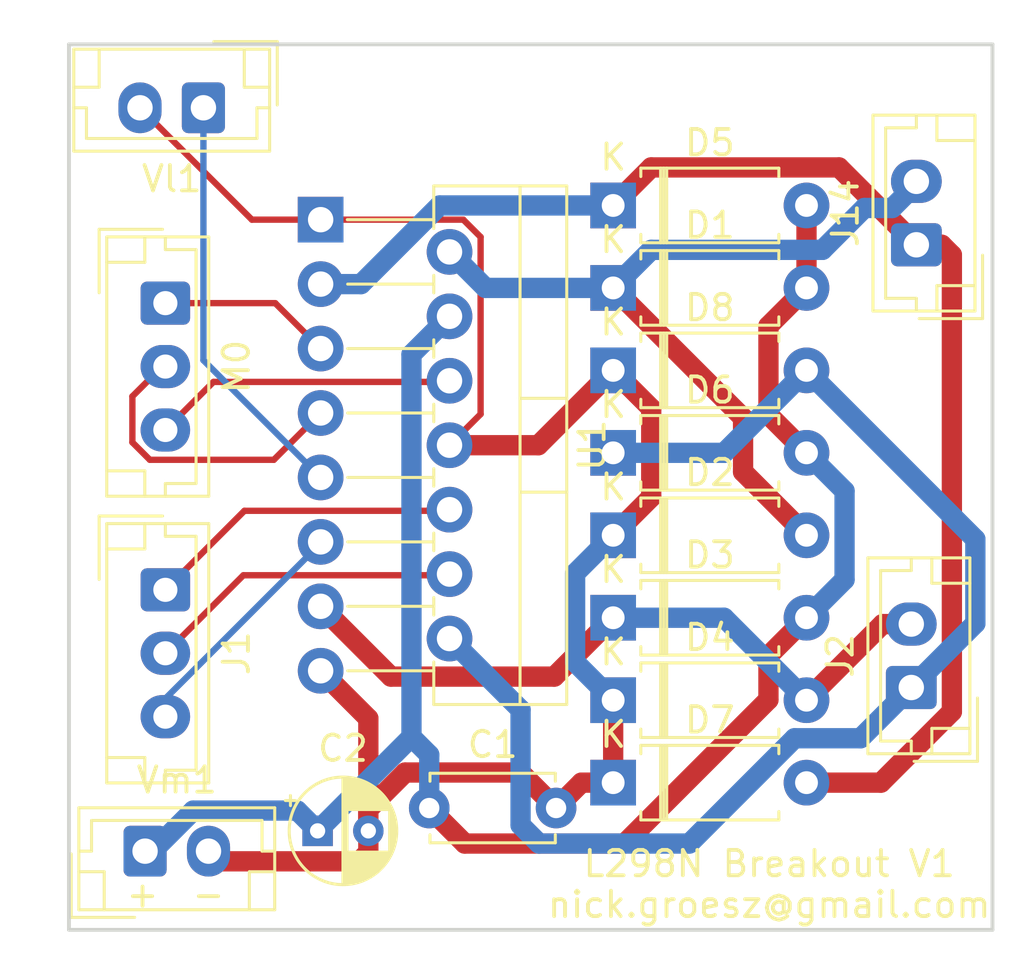
<source format=kicad_pcb>
(kicad_pcb (version 20171130) (host pcbnew 5.1.7-a382d34a8~88~ubuntu18.04.1)

  (general
    (thickness 1.6)
    (drawings 7)
    (tracks 111)
    (zones 0)
    (modules 17)
    (nets 14)
  )

  (page A4)
  (layers
    (0 F.Cu signal)
    (31 B.Cu signal)
    (32 B.Adhes user)
    (33 F.Adhes user)
    (34 B.Paste user)
    (35 F.Paste user)
    (36 B.SilkS user)
    (37 F.SilkS user)
    (38 B.Mask user)
    (39 F.Mask user)
    (40 Dwgs.User user)
    (41 Cmts.User user)
    (42 Eco1.User user)
    (43 Eco2.User user)
    (44 Edge.Cuts user)
    (45 Margin user)
    (46 B.CrtYd user)
    (47 F.CrtYd user)
    (48 B.Fab user)
    (49 F.Fab user)
  )

  (setup
    (last_trace_width 0.25)
    (trace_clearance 0.2)
    (zone_clearance 0.508)
    (zone_45_only no)
    (trace_min 0.2)
    (via_size 0.8)
    (via_drill 0.4)
    (via_min_size 0.4)
    (via_min_drill 0.3)
    (uvia_size 0.3)
    (uvia_drill 0.1)
    (uvias_allowed no)
    (uvia_min_size 0.2)
    (uvia_min_drill 0.1)
    (edge_width 0.05)
    (segment_width 0.2)
    (pcb_text_width 0.3)
    (pcb_text_size 1.5 1.5)
    (mod_edge_width 0.12)
    (mod_text_size 1 1)
    (mod_text_width 0.15)
    (pad_size 1.524 1.524)
    (pad_drill 0.762)
    (pad_to_mask_clearance 0)
    (aux_axis_origin 0 0)
    (visible_elements FFFFFF7F)
    (pcbplotparams
      (layerselection 0x010fc_ffffffff)
      (usegerberextensions false)
      (usegerberattributes true)
      (usegerberadvancedattributes true)
      (creategerberjobfile true)
      (excludeedgelayer true)
      (linewidth 0.100000)
      (plotframeref false)
      (viasonmask false)
      (mode 1)
      (useauxorigin false)
      (hpglpennumber 1)
      (hpglpenspeed 20)
      (hpglpendiameter 15.000000)
      (psnegative false)
      (psa4output false)
      (plotreference true)
      (plotvalue true)
      (plotinvisibletext false)
      (padsonsilk false)
      (subtractmaskfromsilk false)
      (outputformat 1)
      (mirror false)
      (drillshape 1)
      (scaleselection 1)
      (outputdirectory ""))
  )

  (net 0 "")
  (net 1 "Net-(C1-Pad1)")
  (net 2 "Net-(D1-Pad1)")
  (net 3 "Net-(D3-Pad1)")
  (net 4 "Net-(D5-Pad1)")
  (net 5 "Net-(D6-Pad1)")
  (net 6 "Net-(J1-Pad3)")
  (net 7 "Net-(J1-Pad2)")
  (net 8 "Net-(J1-Pad1)")
  (net 9 "Net-(M0-Pad1)")
  (net 10 "Net-(M0-Pad2)")
  (net 11 "Net-(M0-Pad3)")
  (net 12 /GND)
  (net 13 "Net-(U1-Pad9)")

  (net_class Default "This is the default net class."
    (clearance 0.2)
    (trace_width 0.25)
    (via_dia 0.8)
    (via_drill 0.4)
    (uvia_dia 0.3)
    (uvia_drill 0.1)
    (add_net /GND)
    (add_net "Net-(C1-Pad1)")
    (add_net "Net-(D1-Pad1)")
    (add_net "Net-(D3-Pad1)")
    (add_net "Net-(D5-Pad1)")
    (add_net "Net-(D6-Pad1)")
    (add_net "Net-(J1-Pad1)")
    (add_net "Net-(J1-Pad2)")
    (add_net "Net-(J1-Pad3)")
    (add_net "Net-(M0-Pad1)")
    (add_net "Net-(M0-Pad2)")
    (add_net "Net-(M0-Pad3)")
    (add_net "Net-(U1-Pad9)")
  )

  (module Package_TO_SOT_THT:TO-220-15_P2.54x2.54mm_StaggerOdd_Lead4.58mm_Vertical (layer F.Cu) (tedit 5AF05A31) (tstamp 61CCC1BB)
    (at 92.22 64.31 270)
    (descr "TO-220-15, Vertical, RM 1.27mm, staggered type-1, see http://www.st.com/resource/en/datasheet/l298.pdf")
    (tags "TO-220-15 Vertical RM 1.27mm staggered type-1")
    (path /61CCEF60)
    (fp_text reference U1 (at 8.89 -10.7 90) (layer F.SilkS)
      (effects (font (size 1 1) (thickness 0.15)))
    )
    (fp_text value L298HN (at 8.89 2.15 90) (layer F.Fab)
      (effects (font (size 1 1) (thickness 0.15)))
    )
    (fp_text user %R (at 8.89 -10.7 90) (layer F.Fab)
      (effects (font (size 1 1) (thickness 0.15)))
    )
    (fp_line (start -1.21 -9.58) (end -1.21 -4.58) (layer F.Fab) (width 0.1))
    (fp_line (start -1.21 -4.58) (end 18.99 -4.58) (layer F.Fab) (width 0.1))
    (fp_line (start 18.99 -4.58) (end 18.99 -9.58) (layer F.Fab) (width 0.1))
    (fp_line (start 18.99 -9.58) (end -1.21 -9.58) (layer F.Fab) (width 0.1))
    (fp_line (start -1.21 -7.98) (end 18.99 -7.98) (layer F.Fab) (width 0.1))
    (fp_line (start 7.04 -9.58) (end 7.04 -7.98) (layer F.Fab) (width 0.1))
    (fp_line (start 10.74 -9.58) (end 10.74 -7.98) (layer F.Fab) (width 0.1))
    (fp_line (start 0 -4.58) (end 0 0) (layer F.Fab) (width 0.1))
    (fp_line (start 2.54 -4.58) (end 2.54 0) (layer F.Fab) (width 0.1))
    (fp_line (start 5.08 -4.58) (end 5.08 0) (layer F.Fab) (width 0.1))
    (fp_line (start 7.62 -4.58) (end 7.62 0) (layer F.Fab) (width 0.1))
    (fp_line (start 10.16 -4.58) (end 10.16 0) (layer F.Fab) (width 0.1))
    (fp_line (start 12.7 -4.58) (end 12.7 0) (layer F.Fab) (width 0.1))
    (fp_line (start 15.24 -4.58) (end 15.24 0) (layer F.Fab) (width 0.1))
    (fp_line (start 17.78 -4.58) (end 17.78 0) (layer F.Fab) (width 0.1))
    (fp_line (start -1.33 -9.7) (end 19.11 -9.7) (layer F.SilkS) (width 0.12))
    (fp_line (start -1.33 -4.459) (end 0.346 -4.459) (layer F.SilkS) (width 0.12))
    (fp_line (start 2.195 -4.459) (end 2.886 -4.459) (layer F.SilkS) (width 0.12))
    (fp_line (start 4.735 -4.459) (end 5.426 -4.459) (layer F.SilkS) (width 0.12))
    (fp_line (start 7.275 -4.459) (end 7.966 -4.459) (layer F.SilkS) (width 0.12))
    (fp_line (start 9.815 -4.459) (end 10.506 -4.459) (layer F.SilkS) (width 0.12))
    (fp_line (start 12.355 -4.459) (end 13.046 -4.459) (layer F.SilkS) (width 0.12))
    (fp_line (start 14.895 -4.459) (end 15.586 -4.459) (layer F.SilkS) (width 0.12))
    (fp_line (start 17.435 -4.459) (end 19.11 -4.459) (layer F.SilkS) (width 0.12))
    (fp_line (start -1.33 -9.7) (end -1.33 -4.459) (layer F.SilkS) (width 0.12))
    (fp_line (start 19.11 -9.7) (end 19.11 -4.459) (layer F.SilkS) (width 0.12))
    (fp_line (start -1.33 -7.86) (end 19.11 -7.86) (layer F.SilkS) (width 0.12))
    (fp_line (start 7.041 -9.7) (end 7.041 -7.86) (layer F.SilkS) (width 0.12))
    (fp_line (start 10.74 -9.7) (end 10.74 -7.86) (layer F.SilkS) (width 0.12))
    (fp_line (start 0 -4.459) (end 0 -1.05) (layer F.SilkS) (width 0.12))
    (fp_line (start 2.54 -4.459) (end 2.54 -1.065) (layer F.SilkS) (width 0.12))
    (fp_line (start 5.08 -4.459) (end 5.08 -1.065) (layer F.SilkS) (width 0.12))
    (fp_line (start 7.62 -4.459) (end 7.62 -1.065) (layer F.SilkS) (width 0.12))
    (fp_line (start 10.16 -4.459) (end 10.16 -1.065) (layer F.SilkS) (width 0.12))
    (fp_line (start 12.7 -4.459) (end 12.7 -1.065) (layer F.SilkS) (width 0.12))
    (fp_line (start 15.24 -4.459) (end 15.24 -1.065) (layer F.SilkS) (width 0.12))
    (fp_line (start 17.78 -4.459) (end 17.78 -1.065) (layer F.SilkS) (width 0.12))
    (fp_line (start -1.46 -9.83) (end -1.46 1.16) (layer F.CrtYd) (width 0.05))
    (fp_line (start -1.46 1.16) (end 19.25 1.16) (layer F.CrtYd) (width 0.05))
    (fp_line (start 19.25 1.16) (end 19.25 -9.83) (layer F.CrtYd) (width 0.05))
    (fp_line (start 19.25 -9.83) (end -1.46 -9.83) (layer F.CrtYd) (width 0.05))
    (pad 15 thru_hole oval (at 17.78 0 270) (size 1.8 1.8) (drill 1) (layers *.Cu *.Mask)
      (net 12 /GND))
    (pad 14 thru_hole oval (at 16.51 -5.08 270) (size 1.8 1.8) (drill 1) (layers *.Cu *.Mask)
      (net 5 "Net-(D6-Pad1)"))
    (pad 13 thru_hole oval (at 15.24 0 270) (size 1.8 1.8) (drill 1) (layers *.Cu *.Mask)
      (net 3 "Net-(D3-Pad1)"))
    (pad 12 thru_hole oval (at 13.97 -5.08 270) (size 1.8 1.8) (drill 1) (layers *.Cu *.Mask)
      (net 7 "Net-(J1-Pad2)"))
    (pad 11 thru_hole oval (at 12.7 0 270) (size 1.8 1.8) (drill 1) (layers *.Cu *.Mask)
      (net 6 "Net-(J1-Pad3)"))
    (pad 10 thru_hole oval (at 11.43 -5.08 270) (size 1.8 1.8) (drill 1) (layers *.Cu *.Mask)
      (net 8 "Net-(J1-Pad1)"))
    (pad 9 thru_hole oval (at 10.16 0 270) (size 1.8 1.8) (drill 1) (layers *.Cu *.Mask)
      (net 13 "Net-(U1-Pad9)"))
    (pad 8 thru_hole oval (at 8.89 -5.08 270) (size 1.8 1.8) (drill 1) (layers *.Cu *.Mask)
      (net 12 /GND))
    (pad 7 thru_hole oval (at 7.62 0 270) (size 1.8 1.8) (drill 1) (layers *.Cu *.Mask)
      (net 10 "Net-(M0-Pad2)"))
    (pad 6 thru_hole oval (at 6.35 -5.08 270) (size 1.8 1.8) (drill 1) (layers *.Cu *.Mask)
      (net 11 "Net-(M0-Pad3)"))
    (pad 5 thru_hole oval (at 5.08 0 270) (size 1.8 1.8) (drill 1) (layers *.Cu *.Mask)
      (net 9 "Net-(M0-Pad1)"))
    (pad 4 thru_hole oval (at 3.81 -5.08 270) (size 1.8 1.8) (drill 1) (layers *.Cu *.Mask)
      (net 1 "Net-(C1-Pad1)"))
    (pad 3 thru_hole oval (at 2.54 0 270) (size 1.8 1.8) (drill 1) (layers *.Cu *.Mask)
      (net 4 "Net-(D5-Pad1)"))
    (pad 2 thru_hole oval (at 1.27 -5.08 270) (size 1.8 1.8) (drill 1) (layers *.Cu *.Mask)
      (net 2 "Net-(D1-Pad1)"))
    (pad 1 thru_hole rect (at 0 0 270) (size 1.8 1.8) (drill 1) (layers *.Cu *.Mask)
      (net 12 /GND))
    (model ${KISYS3DMOD}/Package_TO_SOT_THT.3dshapes/TO-220-15_P2.54x2.54mm_StaggerOdd_Lead4.58mm_Vertical.wrl
      (at (xyz 0 0 0))
      (scale (xyz 1 1 1))
      (rotate (xyz 0 0 0))
    )
  )

  (module Diode_THT:D_A-405_P7.62mm_Horizontal (layer F.Cu) (tedit 5AE50CD5) (tstamp 61C472C9)
    (at 103.75 76.75)
    (descr "Diode, A-405 series, Axial, Horizontal, pin pitch=7.62mm, , length*diameter=5.2*2.7mm^2, , http://www.diodes.com/_files/packages/A-405.pdf")
    (tags "Diode A-405 series Axial Horizontal pin pitch 7.62mm  length 5.2mm diameter 2.7mm")
    (path /61C86112)
    (fp_text reference D2 (at 3.81 -2.47) (layer F.SilkS)
      (effects (font (size 1 1) (thickness 0.15)))
    )
    (fp_text value DIODE (at 3.81 2.47) (layer F.Fab)
      (effects (font (size 1 1) (thickness 0.15)))
    )
    (fp_line (start 1.21 -1.35) (end 1.21 1.35) (layer F.Fab) (width 0.1))
    (fp_line (start 1.21 1.35) (end 6.41 1.35) (layer F.Fab) (width 0.1))
    (fp_line (start 6.41 1.35) (end 6.41 -1.35) (layer F.Fab) (width 0.1))
    (fp_line (start 6.41 -1.35) (end 1.21 -1.35) (layer F.Fab) (width 0.1))
    (fp_line (start 0 0) (end 1.21 0) (layer F.Fab) (width 0.1))
    (fp_line (start 7.62 0) (end 6.41 0) (layer F.Fab) (width 0.1))
    (fp_line (start 1.99 -1.35) (end 1.99 1.35) (layer F.Fab) (width 0.1))
    (fp_line (start 2.09 -1.35) (end 2.09 1.35) (layer F.Fab) (width 0.1))
    (fp_line (start 1.89 -1.35) (end 1.89 1.35) (layer F.Fab) (width 0.1))
    (fp_line (start 1.09 -1.14) (end 1.09 -1.47) (layer F.SilkS) (width 0.12))
    (fp_line (start 1.09 -1.47) (end 6.53 -1.47) (layer F.SilkS) (width 0.12))
    (fp_line (start 6.53 -1.47) (end 6.53 -1.14) (layer F.SilkS) (width 0.12))
    (fp_line (start 1.09 1.14) (end 1.09 1.47) (layer F.SilkS) (width 0.12))
    (fp_line (start 1.09 1.47) (end 6.53 1.47) (layer F.SilkS) (width 0.12))
    (fp_line (start 6.53 1.47) (end 6.53 1.14) (layer F.SilkS) (width 0.12))
    (fp_line (start 1.99 -1.47) (end 1.99 1.47) (layer F.SilkS) (width 0.12))
    (fp_line (start 2.11 -1.47) (end 2.11 1.47) (layer F.SilkS) (width 0.12))
    (fp_line (start 1.87 -1.47) (end 1.87 1.47) (layer F.SilkS) (width 0.12))
    (fp_line (start -1.15 -1.6) (end -1.15 1.6) (layer F.CrtYd) (width 0.05))
    (fp_line (start -1.15 1.6) (end 8.77 1.6) (layer F.CrtYd) (width 0.05))
    (fp_line (start 8.77 1.6) (end 8.77 -1.6) (layer F.CrtYd) (width 0.05))
    (fp_line (start 8.77 -1.6) (end -1.15 -1.6) (layer F.CrtYd) (width 0.05))
    (fp_text user %R (at 4.2 0) (layer F.Fab)
      (effects (font (size 1 1) (thickness 0.15)))
    )
    (fp_text user K (at 0 -1.9) (layer F.Fab)
      (effects (font (size 1 1) (thickness 0.15)))
    )
    (fp_text user K (at 0 -1.9) (layer F.SilkS)
      (effects (font (size 1 1) (thickness 0.15)))
    )
    (pad 1 thru_hole rect (at 0 0) (size 1.8 1.8) (drill 0.9) (layers *.Cu *.Mask)
      (net 12 /GND))
    (pad 2 thru_hole oval (at 7.62 0) (size 1.8 1.8) (drill 0.9) (layers *.Cu *.Mask)
      (net 2 "Net-(D1-Pad1)"))
    (model ${KISYS3DMOD}/Diode_THT.3dshapes/D_A-405_P7.62mm_Horizontal.wrl
      (at (xyz 0 0 0))
      (scale (xyz 1 1 1))
      (rotate (xyz 0 0 0))
    )
  )

  (module Connector_JST:JST_EH_B2B-EH-A_1x02_P2.50mm_Vertical (layer F.Cu) (tedit 5C28142C) (tstamp 61C43AE5)
    (at 87.6 59.9 180)
    (descr "JST EH series connector, B2B-EH-A (http://www.jst-mfg.com/product/pdf/eng/eEH.pdf), generated with kicad-footprint-generator")
    (tags "connector JST EH vertical")
    (path /61C680C7)
    (fp_text reference Vl1 (at 1.25 -2.8) (layer F.SilkS)
      (effects (font (size 1 1) (thickness 0.15)))
    )
    (fp_text value Conn_01x02_Male (at 1.25 3.4) (layer F.Fab)
      (effects (font (size 1 1) (thickness 0.15)))
    )
    (fp_line (start -2.91 2.61) (end -0.41 2.61) (layer F.Fab) (width 0.1))
    (fp_line (start -2.91 0.11) (end -2.91 2.61) (layer F.Fab) (width 0.1))
    (fp_line (start -2.91 2.61) (end -0.41 2.61) (layer F.SilkS) (width 0.12))
    (fp_line (start -2.91 0.11) (end -2.91 2.61) (layer F.SilkS) (width 0.12))
    (fp_line (start 4.11 0.81) (end 4.11 2.31) (layer F.SilkS) (width 0.12))
    (fp_line (start 5.11 0.81) (end 4.11 0.81) (layer F.SilkS) (width 0.12))
    (fp_line (start -1.61 0.81) (end -1.61 2.31) (layer F.SilkS) (width 0.12))
    (fp_line (start -2.61 0.81) (end -1.61 0.81) (layer F.SilkS) (width 0.12))
    (fp_line (start 4.61 0) (end 5.11 0) (layer F.SilkS) (width 0.12))
    (fp_line (start 4.61 -1.21) (end 4.61 0) (layer F.SilkS) (width 0.12))
    (fp_line (start -2.11 -1.21) (end 4.61 -1.21) (layer F.SilkS) (width 0.12))
    (fp_line (start -2.11 0) (end -2.11 -1.21) (layer F.SilkS) (width 0.12))
    (fp_line (start -2.61 0) (end -2.11 0) (layer F.SilkS) (width 0.12))
    (fp_line (start 5.11 -1.71) (end -2.61 -1.71) (layer F.SilkS) (width 0.12))
    (fp_line (start 5.11 2.31) (end 5.11 -1.71) (layer F.SilkS) (width 0.12))
    (fp_line (start -2.61 2.31) (end 5.11 2.31) (layer F.SilkS) (width 0.12))
    (fp_line (start -2.61 -1.71) (end -2.61 2.31) (layer F.SilkS) (width 0.12))
    (fp_line (start 5.5 -2.1) (end -3 -2.1) (layer F.CrtYd) (width 0.05))
    (fp_line (start 5.5 2.7) (end 5.5 -2.1) (layer F.CrtYd) (width 0.05))
    (fp_line (start -3 2.7) (end 5.5 2.7) (layer F.CrtYd) (width 0.05))
    (fp_line (start -3 -2.1) (end -3 2.7) (layer F.CrtYd) (width 0.05))
    (fp_line (start 5 -1.6) (end -2.5 -1.6) (layer F.Fab) (width 0.1))
    (fp_line (start 5 2.2) (end 5 -1.6) (layer F.Fab) (width 0.1))
    (fp_line (start -2.5 2.2) (end 5 2.2) (layer F.Fab) (width 0.1))
    (fp_line (start -2.5 -1.6) (end -2.5 2.2) (layer F.Fab) (width 0.1))
    (fp_text user %R (at 1.25 1.5) (layer F.Fab)
      (effects (font (size 1 1) (thickness 0.15)))
    )
    (pad 1 thru_hole roundrect (at 0 0 180) (size 1.7 2) (drill 1) (layers *.Cu *.Mask) (roundrect_rratio 0.147059)
      (net 13 "Net-(U1-Pad9)"))
    (pad 2 thru_hole oval (at 2.5 0 180) (size 1.7 2) (drill 1) (layers *.Cu *.Mask)
      (net 12 /GND))
    (model ${KISYS3DMOD}/Connector_JST.3dshapes/JST_EH_B2B-EH-A_1x02_P2.50mm_Vertical.wrl
      (at (xyz 0 0 0))
      (scale (xyz 1 1 1))
      (rotate (xyz 0 0 0))
    )
  )

  (module Connector_JST:JST_EH_B2B-EH-A_1x02_P2.50mm_Vertical (layer F.Cu) (tedit 5C28142C) (tstamp 61C49BF3)
    (at 85.3 89.2)
    (descr "JST EH series connector, B2B-EH-A (http://www.jst-mfg.com/product/pdf/eng/eEH.pdf), generated with kicad-footprint-generator")
    (tags "connector JST EH vertical")
    (path /61C67A1E)
    (fp_text reference Vm1 (at 1.25 -2.8) (layer F.SilkS)
      (effects (font (size 1 1) (thickness 0.15)))
    )
    (fp_text value Conn_01x02_Male (at 1.25 3.4) (layer F.Fab)
      (effects (font (size 1 1) (thickness 0.15)))
    )
    (fp_line (start -2.5 -1.6) (end -2.5 2.2) (layer F.Fab) (width 0.1))
    (fp_line (start -2.5 2.2) (end 5 2.2) (layer F.Fab) (width 0.1))
    (fp_line (start 5 2.2) (end 5 -1.6) (layer F.Fab) (width 0.1))
    (fp_line (start 5 -1.6) (end -2.5 -1.6) (layer F.Fab) (width 0.1))
    (fp_line (start -3 -2.1) (end -3 2.7) (layer F.CrtYd) (width 0.05))
    (fp_line (start -3 2.7) (end 5.5 2.7) (layer F.CrtYd) (width 0.05))
    (fp_line (start 5.5 2.7) (end 5.5 -2.1) (layer F.CrtYd) (width 0.05))
    (fp_line (start 5.5 -2.1) (end -3 -2.1) (layer F.CrtYd) (width 0.05))
    (fp_line (start -2.61 -1.71) (end -2.61 2.31) (layer F.SilkS) (width 0.12))
    (fp_line (start -2.61 2.31) (end 5.11 2.31) (layer F.SilkS) (width 0.12))
    (fp_line (start 5.11 2.31) (end 5.11 -1.71) (layer F.SilkS) (width 0.12))
    (fp_line (start 5.11 -1.71) (end -2.61 -1.71) (layer F.SilkS) (width 0.12))
    (fp_line (start -2.61 0) (end -2.11 0) (layer F.SilkS) (width 0.12))
    (fp_line (start -2.11 0) (end -2.11 -1.21) (layer F.SilkS) (width 0.12))
    (fp_line (start -2.11 -1.21) (end 4.61 -1.21) (layer F.SilkS) (width 0.12))
    (fp_line (start 4.61 -1.21) (end 4.61 0) (layer F.SilkS) (width 0.12))
    (fp_line (start 4.61 0) (end 5.11 0) (layer F.SilkS) (width 0.12))
    (fp_line (start -2.61 0.81) (end -1.61 0.81) (layer F.SilkS) (width 0.12))
    (fp_line (start -1.61 0.81) (end -1.61 2.31) (layer F.SilkS) (width 0.12))
    (fp_line (start 5.11 0.81) (end 4.11 0.81) (layer F.SilkS) (width 0.12))
    (fp_line (start 4.11 0.81) (end 4.11 2.31) (layer F.SilkS) (width 0.12))
    (fp_line (start -2.91 0.11) (end -2.91 2.61) (layer F.SilkS) (width 0.12))
    (fp_line (start -2.91 2.61) (end -0.41 2.61) (layer F.SilkS) (width 0.12))
    (fp_line (start -2.91 0.11) (end -2.91 2.61) (layer F.Fab) (width 0.1))
    (fp_line (start -2.91 2.61) (end -0.41 2.61) (layer F.Fab) (width 0.1))
    (fp_text user %R (at 1.25 1.5) (layer F.Fab)
      (effects (font (size 1 1) (thickness 0.15)))
    )
    (pad 2 thru_hole oval (at 2.5 0) (size 1.7 2) (drill 1) (layers *.Cu *.Mask)
      (net 12 /GND))
    (pad 1 thru_hole roundrect (at 0 0) (size 1.7 2) (drill 1) (layers *.Cu *.Mask) (roundrect_rratio 0.147059)
      (net 1 "Net-(C1-Pad1)"))
    (model ${KISYS3DMOD}/Connector_JST.3dshapes/JST_EH_B2B-EH-A_1x02_P2.50mm_Vertical.wrl
      (at (xyz 0 0 0))
      (scale (xyz 1 1 1))
      (rotate (xyz 0 0 0))
    )
  )

  (module Diode_THT:D_A-405_P7.62mm_Horizontal (layer F.Cu) (tedit 5AE50CD5) (tstamp 61C4737D)
    (at 103.75 83.25)
    (descr "Diode, A-405 series, Axial, Horizontal, pin pitch=7.62mm, , length*diameter=5.2*2.7mm^2, , http://www.diodes.com/_files/packages/A-405.pdf")
    (tags "Diode A-405 series Axial Horizontal pin pitch 7.62mm  length 5.2mm diameter 2.7mm")
    (path /61CA339A)
    (fp_text reference D4 (at 3.81 -2.47) (layer F.SilkS)
      (effects (font (size 1 1) (thickness 0.15)))
    )
    (fp_text value DIODE (at 3.81 2.47) (layer F.Fab)
      (effects (font (size 1 1) (thickness 0.15)))
    )
    (fp_line (start 1.21 -1.35) (end 1.21 1.35) (layer F.Fab) (width 0.1))
    (fp_line (start 1.21 1.35) (end 6.41 1.35) (layer F.Fab) (width 0.1))
    (fp_line (start 6.41 1.35) (end 6.41 -1.35) (layer F.Fab) (width 0.1))
    (fp_line (start 6.41 -1.35) (end 1.21 -1.35) (layer F.Fab) (width 0.1))
    (fp_line (start 0 0) (end 1.21 0) (layer F.Fab) (width 0.1))
    (fp_line (start 7.62 0) (end 6.41 0) (layer F.Fab) (width 0.1))
    (fp_line (start 1.99 -1.35) (end 1.99 1.35) (layer F.Fab) (width 0.1))
    (fp_line (start 2.09 -1.35) (end 2.09 1.35) (layer F.Fab) (width 0.1))
    (fp_line (start 1.89 -1.35) (end 1.89 1.35) (layer F.Fab) (width 0.1))
    (fp_line (start 1.09 -1.14) (end 1.09 -1.47) (layer F.SilkS) (width 0.12))
    (fp_line (start 1.09 -1.47) (end 6.53 -1.47) (layer F.SilkS) (width 0.12))
    (fp_line (start 6.53 -1.47) (end 6.53 -1.14) (layer F.SilkS) (width 0.12))
    (fp_line (start 1.09 1.14) (end 1.09 1.47) (layer F.SilkS) (width 0.12))
    (fp_line (start 1.09 1.47) (end 6.53 1.47) (layer F.SilkS) (width 0.12))
    (fp_line (start 6.53 1.47) (end 6.53 1.14) (layer F.SilkS) (width 0.12))
    (fp_line (start 1.99 -1.47) (end 1.99 1.47) (layer F.SilkS) (width 0.12))
    (fp_line (start 2.11 -1.47) (end 2.11 1.47) (layer F.SilkS) (width 0.12))
    (fp_line (start 1.87 -1.47) (end 1.87 1.47) (layer F.SilkS) (width 0.12))
    (fp_line (start -1.15 -1.6) (end -1.15 1.6) (layer F.CrtYd) (width 0.05))
    (fp_line (start -1.15 1.6) (end 8.77 1.6) (layer F.CrtYd) (width 0.05))
    (fp_line (start 8.77 1.6) (end 8.77 -1.6) (layer F.CrtYd) (width 0.05))
    (fp_line (start 8.77 -1.6) (end -1.15 -1.6) (layer F.CrtYd) (width 0.05))
    (fp_text user %R (at 4.2 0) (layer F.Fab)
      (effects (font (size 1 1) (thickness 0.15)))
    )
    (fp_text user K (at 0 -1.9) (layer F.Fab)
      (effects (font (size 1 1) (thickness 0.15)))
    )
    (fp_text user K (at 0 -1.9) (layer F.SilkS)
      (effects (font (size 1 1) (thickness 0.15)))
    )
    (pad 1 thru_hole rect (at 0 0) (size 1.8 1.8) (drill 0.9) (layers *.Cu *.Mask)
      (net 12 /GND))
    (pad 2 thru_hole oval (at 7.62 0) (size 1.8 1.8) (drill 0.9) (layers *.Cu *.Mask)
      (net 3 "Net-(D3-Pad1)"))
    (model ${KISYS3DMOD}/Diode_THT.3dshapes/D_A-405_P7.62mm_Horizontal.wrl
      (at (xyz 0 0 0))
      (scale (xyz 1 1 1))
      (rotate (xyz 0 0 0))
    )
  )

  (module Diode_THT:D_A-405_P7.62mm_Horizontal (layer F.Cu) (tedit 5AE50CD5) (tstamp 61C4735F)
    (at 103.75 80)
    (descr "Diode, A-405 series, Axial, Horizontal, pin pitch=7.62mm, , length*diameter=5.2*2.7mm^2, , http://www.diodes.com/_files/packages/A-405.pdf")
    (tags "Diode A-405 series Axial Horizontal pin pitch 7.62mm  length 5.2mm diameter 2.7mm")
    (path /61CA3394)
    (fp_text reference D3 (at 3.81 -2.47) (layer F.SilkS)
      (effects (font (size 1 1) (thickness 0.15)))
    )
    (fp_text value DIODE (at 3.81 2.47) (layer F.Fab)
      (effects (font (size 1 1) (thickness 0.15)))
    )
    (fp_line (start 1.21 -1.35) (end 1.21 1.35) (layer F.Fab) (width 0.1))
    (fp_line (start 1.21 1.35) (end 6.41 1.35) (layer F.Fab) (width 0.1))
    (fp_line (start 6.41 1.35) (end 6.41 -1.35) (layer F.Fab) (width 0.1))
    (fp_line (start 6.41 -1.35) (end 1.21 -1.35) (layer F.Fab) (width 0.1))
    (fp_line (start 0 0) (end 1.21 0) (layer F.Fab) (width 0.1))
    (fp_line (start 7.62 0) (end 6.41 0) (layer F.Fab) (width 0.1))
    (fp_line (start 1.99 -1.35) (end 1.99 1.35) (layer F.Fab) (width 0.1))
    (fp_line (start 2.09 -1.35) (end 2.09 1.35) (layer F.Fab) (width 0.1))
    (fp_line (start 1.89 -1.35) (end 1.89 1.35) (layer F.Fab) (width 0.1))
    (fp_line (start 1.09 -1.14) (end 1.09 -1.47) (layer F.SilkS) (width 0.12))
    (fp_line (start 1.09 -1.47) (end 6.53 -1.47) (layer F.SilkS) (width 0.12))
    (fp_line (start 6.53 -1.47) (end 6.53 -1.14) (layer F.SilkS) (width 0.12))
    (fp_line (start 1.09 1.14) (end 1.09 1.47) (layer F.SilkS) (width 0.12))
    (fp_line (start 1.09 1.47) (end 6.53 1.47) (layer F.SilkS) (width 0.12))
    (fp_line (start 6.53 1.47) (end 6.53 1.14) (layer F.SilkS) (width 0.12))
    (fp_line (start 1.99 -1.47) (end 1.99 1.47) (layer F.SilkS) (width 0.12))
    (fp_line (start 2.11 -1.47) (end 2.11 1.47) (layer F.SilkS) (width 0.12))
    (fp_line (start 1.87 -1.47) (end 1.87 1.47) (layer F.SilkS) (width 0.12))
    (fp_line (start -1.15 -1.6) (end -1.15 1.6) (layer F.CrtYd) (width 0.05))
    (fp_line (start -1.15 1.6) (end 8.77 1.6) (layer F.CrtYd) (width 0.05))
    (fp_line (start 8.77 1.6) (end 8.77 -1.6) (layer F.CrtYd) (width 0.05))
    (fp_line (start 8.77 -1.6) (end -1.15 -1.6) (layer F.CrtYd) (width 0.05))
    (fp_text user %R (at 4.2 0) (layer F.Fab)
      (effects (font (size 1 1) (thickness 0.15)))
    )
    (fp_text user K (at 0 -1.9) (layer F.Fab)
      (effects (font (size 1 1) (thickness 0.15)))
    )
    (fp_text user K (at 0 -1.9) (layer F.SilkS)
      (effects (font (size 1 1) (thickness 0.15)))
    )
    (pad 1 thru_hole rect (at 0 0) (size 1.8 1.8) (drill 0.9) (layers *.Cu *.Mask)
      (net 3 "Net-(D3-Pad1)"))
    (pad 2 thru_hole oval (at 7.62 0) (size 1.8 1.8) (drill 0.9) (layers *.Cu *.Mask)
      (net 1 "Net-(C1-Pad1)"))
    (model ${KISYS3DMOD}/Diode_THT.3dshapes/D_A-405_P7.62mm_Horizontal.wrl
      (at (xyz 0 0 0))
      (scale (xyz 1 1 1))
      (rotate (xyz 0 0 0))
    )
  )

  (module Diode_THT:D_A-405_P7.62mm_Horizontal (layer F.Cu) (tedit 5AE50CD5) (tstamp 61C47341)
    (at 103.75 67)
    (descr "Diode, A-405 series, Axial, Horizontal, pin pitch=7.62mm, , length*diameter=5.2*2.7mm^2, , http://www.diodes.com/_files/packages/A-405.pdf")
    (tags "Diode A-405 series Axial Horizontal pin pitch 7.62mm  length 5.2mm diameter 2.7mm")
    (path /61C85884)
    (fp_text reference D1 (at 3.81 -2.47) (layer F.SilkS)
      (effects (font (size 1 1) (thickness 0.15)))
    )
    (fp_text value DIODE (at 3.81 2.47) (layer F.Fab)
      (effects (font (size 1 1) (thickness 0.15)))
    )
    (fp_line (start 1.21 -1.35) (end 1.21 1.35) (layer F.Fab) (width 0.1))
    (fp_line (start 1.21 1.35) (end 6.41 1.35) (layer F.Fab) (width 0.1))
    (fp_line (start 6.41 1.35) (end 6.41 -1.35) (layer F.Fab) (width 0.1))
    (fp_line (start 6.41 -1.35) (end 1.21 -1.35) (layer F.Fab) (width 0.1))
    (fp_line (start 0 0) (end 1.21 0) (layer F.Fab) (width 0.1))
    (fp_line (start 7.62 0) (end 6.41 0) (layer F.Fab) (width 0.1))
    (fp_line (start 1.99 -1.35) (end 1.99 1.35) (layer F.Fab) (width 0.1))
    (fp_line (start 2.09 -1.35) (end 2.09 1.35) (layer F.Fab) (width 0.1))
    (fp_line (start 1.89 -1.35) (end 1.89 1.35) (layer F.Fab) (width 0.1))
    (fp_line (start 1.09 -1.14) (end 1.09 -1.47) (layer F.SilkS) (width 0.12))
    (fp_line (start 1.09 -1.47) (end 6.53 -1.47) (layer F.SilkS) (width 0.12))
    (fp_line (start 6.53 -1.47) (end 6.53 -1.14) (layer F.SilkS) (width 0.12))
    (fp_line (start 1.09 1.14) (end 1.09 1.47) (layer F.SilkS) (width 0.12))
    (fp_line (start 1.09 1.47) (end 6.53 1.47) (layer F.SilkS) (width 0.12))
    (fp_line (start 6.53 1.47) (end 6.53 1.14) (layer F.SilkS) (width 0.12))
    (fp_line (start 1.99 -1.47) (end 1.99 1.47) (layer F.SilkS) (width 0.12))
    (fp_line (start 2.11 -1.47) (end 2.11 1.47) (layer F.SilkS) (width 0.12))
    (fp_line (start 1.87 -1.47) (end 1.87 1.47) (layer F.SilkS) (width 0.12))
    (fp_line (start -1.15 -1.6) (end -1.15 1.6) (layer F.CrtYd) (width 0.05))
    (fp_line (start -1.15 1.6) (end 8.77 1.6) (layer F.CrtYd) (width 0.05))
    (fp_line (start 8.77 1.6) (end 8.77 -1.6) (layer F.CrtYd) (width 0.05))
    (fp_line (start 8.77 -1.6) (end -1.15 -1.6) (layer F.CrtYd) (width 0.05))
    (fp_text user %R (at 4.2 0) (layer F.Fab)
      (effects (font (size 1 1) (thickness 0.15)))
    )
    (fp_text user K (at 0 -1.9) (layer F.Fab)
      (effects (font (size 1 1) (thickness 0.15)))
    )
    (fp_text user K (at 0 -1.9) (layer F.SilkS)
      (effects (font (size 1 1) (thickness 0.15)))
    )
    (pad 1 thru_hole rect (at 0 0) (size 1.8 1.8) (drill 0.9) (layers *.Cu *.Mask)
      (net 2 "Net-(D1-Pad1)"))
    (pad 2 thru_hole oval (at 7.62 0) (size 1.8 1.8) (drill 0.9) (layers *.Cu *.Mask)
      (net 1 "Net-(C1-Pad1)"))
    (model ${KISYS3DMOD}/Diode_THT.3dshapes/D_A-405_P7.62mm_Horizontal.wrl
      (at (xyz 0 0 0))
      (scale (xyz 1 1 1))
      (rotate (xyz 0 0 0))
    )
  )

  (module Diode_THT:D_A-405_P7.62mm_Horizontal (layer F.Cu) (tedit 5AE50CD5) (tstamp 61C47323)
    (at 103.75 73.5)
    (descr "Diode, A-405 series, Axial, Horizontal, pin pitch=7.62mm, , length*diameter=5.2*2.7mm^2, , http://www.diodes.com/_files/packages/A-405.pdf")
    (tags "Diode A-405 series Axial Horizontal pin pitch 7.62mm  length 5.2mm diameter 2.7mm")
    (path /61CA33A0)
    (fp_text reference D6 (at 3.81 -2.47) (layer F.SilkS)
      (effects (font (size 1 1) (thickness 0.15)))
    )
    (fp_text value DIODE (at 3.81 2.47) (layer F.Fab)
      (effects (font (size 1 1) (thickness 0.15)))
    )
    (fp_line (start 1.21 -1.35) (end 1.21 1.35) (layer F.Fab) (width 0.1))
    (fp_line (start 1.21 1.35) (end 6.41 1.35) (layer F.Fab) (width 0.1))
    (fp_line (start 6.41 1.35) (end 6.41 -1.35) (layer F.Fab) (width 0.1))
    (fp_line (start 6.41 -1.35) (end 1.21 -1.35) (layer F.Fab) (width 0.1))
    (fp_line (start 0 0) (end 1.21 0) (layer F.Fab) (width 0.1))
    (fp_line (start 7.62 0) (end 6.41 0) (layer F.Fab) (width 0.1))
    (fp_line (start 1.99 -1.35) (end 1.99 1.35) (layer F.Fab) (width 0.1))
    (fp_line (start 2.09 -1.35) (end 2.09 1.35) (layer F.Fab) (width 0.1))
    (fp_line (start 1.89 -1.35) (end 1.89 1.35) (layer F.Fab) (width 0.1))
    (fp_line (start 1.09 -1.14) (end 1.09 -1.47) (layer F.SilkS) (width 0.12))
    (fp_line (start 1.09 -1.47) (end 6.53 -1.47) (layer F.SilkS) (width 0.12))
    (fp_line (start 6.53 -1.47) (end 6.53 -1.14) (layer F.SilkS) (width 0.12))
    (fp_line (start 1.09 1.14) (end 1.09 1.47) (layer F.SilkS) (width 0.12))
    (fp_line (start 1.09 1.47) (end 6.53 1.47) (layer F.SilkS) (width 0.12))
    (fp_line (start 6.53 1.47) (end 6.53 1.14) (layer F.SilkS) (width 0.12))
    (fp_line (start 1.99 -1.47) (end 1.99 1.47) (layer F.SilkS) (width 0.12))
    (fp_line (start 2.11 -1.47) (end 2.11 1.47) (layer F.SilkS) (width 0.12))
    (fp_line (start 1.87 -1.47) (end 1.87 1.47) (layer F.SilkS) (width 0.12))
    (fp_line (start -1.15 -1.6) (end -1.15 1.6) (layer F.CrtYd) (width 0.05))
    (fp_line (start -1.15 1.6) (end 8.77 1.6) (layer F.CrtYd) (width 0.05))
    (fp_line (start 8.77 1.6) (end 8.77 -1.6) (layer F.CrtYd) (width 0.05))
    (fp_line (start 8.77 -1.6) (end -1.15 -1.6) (layer F.CrtYd) (width 0.05))
    (fp_text user %R (at 4.2 0) (layer F.Fab)
      (effects (font (size 1 1) (thickness 0.15)))
    )
    (fp_text user K (at 0 -1.9) (layer F.Fab)
      (effects (font (size 1 1) (thickness 0.15)))
    )
    (fp_text user K (at 0 -1.9) (layer F.SilkS)
      (effects (font (size 1 1) (thickness 0.15)))
    )
    (pad 1 thru_hole rect (at 0 0) (size 1.8 1.8) (drill 0.9) (layers *.Cu *.Mask)
      (net 5 "Net-(D6-Pad1)"))
    (pad 2 thru_hole oval (at 7.62 0) (size 1.8 1.8) (drill 0.9) (layers *.Cu *.Mask)
      (net 1 "Net-(C1-Pad1)"))
    (model ${KISYS3DMOD}/Diode_THT.3dshapes/D_A-405_P7.62mm_Horizontal.wrl
      (at (xyz 0 0 0))
      (scale (xyz 1 1 1))
      (rotate (xyz 0 0 0))
    )
  )

  (module Diode_THT:D_A-405_P7.62mm_Horizontal (layer F.Cu) (tedit 5AE50CD5) (tstamp 61C47305)
    (at 103.75 63.75)
    (descr "Diode, A-405 series, Axial, Horizontal, pin pitch=7.62mm, , length*diameter=5.2*2.7mm^2, , http://www.diodes.com/_files/packages/A-405.pdf")
    (tags "Diode A-405 series Axial Horizontal pin pitch 7.62mm  length 5.2mm diameter 2.7mm")
    (path /61C8BA79)
    (fp_text reference D5 (at 3.81 -2.47) (layer F.SilkS)
      (effects (font (size 1 1) (thickness 0.15)))
    )
    (fp_text value DIODE (at 3.81 2.47) (layer F.Fab)
      (effects (font (size 1 1) (thickness 0.15)))
    )
    (fp_line (start 1.21 -1.35) (end 1.21 1.35) (layer F.Fab) (width 0.1))
    (fp_line (start 1.21 1.35) (end 6.41 1.35) (layer F.Fab) (width 0.1))
    (fp_line (start 6.41 1.35) (end 6.41 -1.35) (layer F.Fab) (width 0.1))
    (fp_line (start 6.41 -1.35) (end 1.21 -1.35) (layer F.Fab) (width 0.1))
    (fp_line (start 0 0) (end 1.21 0) (layer F.Fab) (width 0.1))
    (fp_line (start 7.62 0) (end 6.41 0) (layer F.Fab) (width 0.1))
    (fp_line (start 1.99 -1.35) (end 1.99 1.35) (layer F.Fab) (width 0.1))
    (fp_line (start 2.09 -1.35) (end 2.09 1.35) (layer F.Fab) (width 0.1))
    (fp_line (start 1.89 -1.35) (end 1.89 1.35) (layer F.Fab) (width 0.1))
    (fp_line (start 1.09 -1.14) (end 1.09 -1.47) (layer F.SilkS) (width 0.12))
    (fp_line (start 1.09 -1.47) (end 6.53 -1.47) (layer F.SilkS) (width 0.12))
    (fp_line (start 6.53 -1.47) (end 6.53 -1.14) (layer F.SilkS) (width 0.12))
    (fp_line (start 1.09 1.14) (end 1.09 1.47) (layer F.SilkS) (width 0.12))
    (fp_line (start 1.09 1.47) (end 6.53 1.47) (layer F.SilkS) (width 0.12))
    (fp_line (start 6.53 1.47) (end 6.53 1.14) (layer F.SilkS) (width 0.12))
    (fp_line (start 1.99 -1.47) (end 1.99 1.47) (layer F.SilkS) (width 0.12))
    (fp_line (start 2.11 -1.47) (end 2.11 1.47) (layer F.SilkS) (width 0.12))
    (fp_line (start 1.87 -1.47) (end 1.87 1.47) (layer F.SilkS) (width 0.12))
    (fp_line (start -1.15 -1.6) (end -1.15 1.6) (layer F.CrtYd) (width 0.05))
    (fp_line (start -1.15 1.6) (end 8.77 1.6) (layer F.CrtYd) (width 0.05))
    (fp_line (start 8.77 1.6) (end 8.77 -1.6) (layer F.CrtYd) (width 0.05))
    (fp_line (start 8.77 -1.6) (end -1.15 -1.6) (layer F.CrtYd) (width 0.05))
    (fp_text user %R (at 4.2 0) (layer F.Fab)
      (effects (font (size 1 1) (thickness 0.15)))
    )
    (fp_text user K (at 0 -1.9) (layer F.Fab)
      (effects (font (size 1 1) (thickness 0.15)))
    )
    (fp_text user K (at 0 -1.9) (layer F.SilkS)
      (effects (font (size 1 1) (thickness 0.15)))
    )
    (pad 1 thru_hole rect (at 0 0) (size 1.8 1.8) (drill 0.9) (layers *.Cu *.Mask)
      (net 4 "Net-(D5-Pad1)"))
    (pad 2 thru_hole oval (at 7.62 0) (size 1.8 1.8) (drill 0.9) (layers *.Cu *.Mask)
      (net 1 "Net-(C1-Pad1)"))
    (model ${KISYS3DMOD}/Diode_THT.3dshapes/D_A-405_P7.62mm_Horizontal.wrl
      (at (xyz 0 0 0))
      (scale (xyz 1 1 1))
      (rotate (xyz 0 0 0))
    )
  )

  (module Diode_THT:D_A-405_P7.62mm_Horizontal (layer F.Cu) (tedit 5AE50CD5) (tstamp 61C472E7)
    (at 103.75 70.25)
    (descr "Diode, A-405 series, Axial, Horizontal, pin pitch=7.62mm, , length*diameter=5.2*2.7mm^2, , http://www.diodes.com/_files/packages/A-405.pdf")
    (tags "Diode A-405 series Axial Horizontal pin pitch 7.62mm  length 5.2mm diameter 2.7mm")
    (path /61CA33A6)
    (fp_text reference D8 (at 3.81 -2.47) (layer F.SilkS)
      (effects (font (size 1 1) (thickness 0.15)))
    )
    (fp_text value DIODE (at 3.81 2.47) (layer F.Fab)
      (effects (font (size 1 1) (thickness 0.15)))
    )
    (fp_line (start 1.21 -1.35) (end 1.21 1.35) (layer F.Fab) (width 0.1))
    (fp_line (start 1.21 1.35) (end 6.41 1.35) (layer F.Fab) (width 0.1))
    (fp_line (start 6.41 1.35) (end 6.41 -1.35) (layer F.Fab) (width 0.1))
    (fp_line (start 6.41 -1.35) (end 1.21 -1.35) (layer F.Fab) (width 0.1))
    (fp_line (start 0 0) (end 1.21 0) (layer F.Fab) (width 0.1))
    (fp_line (start 7.62 0) (end 6.41 0) (layer F.Fab) (width 0.1))
    (fp_line (start 1.99 -1.35) (end 1.99 1.35) (layer F.Fab) (width 0.1))
    (fp_line (start 2.09 -1.35) (end 2.09 1.35) (layer F.Fab) (width 0.1))
    (fp_line (start 1.89 -1.35) (end 1.89 1.35) (layer F.Fab) (width 0.1))
    (fp_line (start 1.09 -1.14) (end 1.09 -1.47) (layer F.SilkS) (width 0.12))
    (fp_line (start 1.09 -1.47) (end 6.53 -1.47) (layer F.SilkS) (width 0.12))
    (fp_line (start 6.53 -1.47) (end 6.53 -1.14) (layer F.SilkS) (width 0.12))
    (fp_line (start 1.09 1.14) (end 1.09 1.47) (layer F.SilkS) (width 0.12))
    (fp_line (start 1.09 1.47) (end 6.53 1.47) (layer F.SilkS) (width 0.12))
    (fp_line (start 6.53 1.47) (end 6.53 1.14) (layer F.SilkS) (width 0.12))
    (fp_line (start 1.99 -1.47) (end 1.99 1.47) (layer F.SilkS) (width 0.12))
    (fp_line (start 2.11 -1.47) (end 2.11 1.47) (layer F.SilkS) (width 0.12))
    (fp_line (start 1.87 -1.47) (end 1.87 1.47) (layer F.SilkS) (width 0.12))
    (fp_line (start -1.15 -1.6) (end -1.15 1.6) (layer F.CrtYd) (width 0.05))
    (fp_line (start -1.15 1.6) (end 8.77 1.6) (layer F.CrtYd) (width 0.05))
    (fp_line (start 8.77 1.6) (end 8.77 -1.6) (layer F.CrtYd) (width 0.05))
    (fp_line (start 8.77 -1.6) (end -1.15 -1.6) (layer F.CrtYd) (width 0.05))
    (fp_text user %R (at 4.2 0) (layer F.Fab)
      (effects (font (size 1 1) (thickness 0.15)))
    )
    (fp_text user K (at 0 -1.9) (layer F.Fab)
      (effects (font (size 1 1) (thickness 0.15)))
    )
    (fp_text user K (at 0 -1.9) (layer F.SilkS)
      (effects (font (size 1 1) (thickness 0.15)))
    )
    (pad 1 thru_hole rect (at 0 0) (size 1.8 1.8) (drill 0.9) (layers *.Cu *.Mask)
      (net 12 /GND))
    (pad 2 thru_hole oval (at 7.62 0) (size 1.8 1.8) (drill 0.9) (layers *.Cu *.Mask)
      (net 5 "Net-(D6-Pad1)"))
    (model ${KISYS3DMOD}/Diode_THT.3dshapes/D_A-405_P7.62mm_Horizontal.wrl
      (at (xyz 0 0 0))
      (scale (xyz 1 1 1))
      (rotate (xyz 0 0 0))
    )
  )

  (module Diode_THT:D_A-405_P7.62mm_Horizontal (layer F.Cu) (tedit 5AE50CD5) (tstamp 61C472AB)
    (at 103.75 86.5)
    (descr "Diode, A-405 series, Axial, Horizontal, pin pitch=7.62mm, , length*diameter=5.2*2.7mm^2, , http://www.diodes.com/_files/packages/A-405.pdf")
    (tags "Diode A-405 series Axial Horizontal pin pitch 7.62mm  length 5.2mm diameter 2.7mm")
    (path /61C8BA7F)
    (fp_text reference D7 (at 3.81 -2.47) (layer F.SilkS)
      (effects (font (size 1 1) (thickness 0.15)))
    )
    (fp_text value DIODE (at 3.81 2.47) (layer F.Fab)
      (effects (font (size 1 1) (thickness 0.15)))
    )
    (fp_line (start 1.21 -1.35) (end 1.21 1.35) (layer F.Fab) (width 0.1))
    (fp_line (start 1.21 1.35) (end 6.41 1.35) (layer F.Fab) (width 0.1))
    (fp_line (start 6.41 1.35) (end 6.41 -1.35) (layer F.Fab) (width 0.1))
    (fp_line (start 6.41 -1.35) (end 1.21 -1.35) (layer F.Fab) (width 0.1))
    (fp_line (start 0 0) (end 1.21 0) (layer F.Fab) (width 0.1))
    (fp_line (start 7.62 0) (end 6.41 0) (layer F.Fab) (width 0.1))
    (fp_line (start 1.99 -1.35) (end 1.99 1.35) (layer F.Fab) (width 0.1))
    (fp_line (start 2.09 -1.35) (end 2.09 1.35) (layer F.Fab) (width 0.1))
    (fp_line (start 1.89 -1.35) (end 1.89 1.35) (layer F.Fab) (width 0.1))
    (fp_line (start 1.09 -1.14) (end 1.09 -1.47) (layer F.SilkS) (width 0.12))
    (fp_line (start 1.09 -1.47) (end 6.53 -1.47) (layer F.SilkS) (width 0.12))
    (fp_line (start 6.53 -1.47) (end 6.53 -1.14) (layer F.SilkS) (width 0.12))
    (fp_line (start 1.09 1.14) (end 1.09 1.47) (layer F.SilkS) (width 0.12))
    (fp_line (start 1.09 1.47) (end 6.53 1.47) (layer F.SilkS) (width 0.12))
    (fp_line (start 6.53 1.47) (end 6.53 1.14) (layer F.SilkS) (width 0.12))
    (fp_line (start 1.99 -1.47) (end 1.99 1.47) (layer F.SilkS) (width 0.12))
    (fp_line (start 2.11 -1.47) (end 2.11 1.47) (layer F.SilkS) (width 0.12))
    (fp_line (start 1.87 -1.47) (end 1.87 1.47) (layer F.SilkS) (width 0.12))
    (fp_line (start -1.15 -1.6) (end -1.15 1.6) (layer F.CrtYd) (width 0.05))
    (fp_line (start -1.15 1.6) (end 8.77 1.6) (layer F.CrtYd) (width 0.05))
    (fp_line (start 8.77 1.6) (end 8.77 -1.6) (layer F.CrtYd) (width 0.05))
    (fp_line (start 8.77 -1.6) (end -1.15 -1.6) (layer F.CrtYd) (width 0.05))
    (fp_text user %R (at 4.2 0) (layer F.Fab)
      (effects (font (size 1 1) (thickness 0.15)))
    )
    (fp_text user K (at 0 -1.9) (layer F.Fab)
      (effects (font (size 1 1) (thickness 0.15)))
    )
    (fp_text user K (at 0 -1.9) (layer F.SilkS)
      (effects (font (size 1 1) (thickness 0.15)))
    )
    (pad 1 thru_hole rect (at 0 0) (size 1.8 1.8) (drill 0.9) (layers *.Cu *.Mask)
      (net 12 /GND))
    (pad 2 thru_hole oval (at 7.62 0) (size 1.8 1.8) (drill 0.9) (layers *.Cu *.Mask)
      (net 4 "Net-(D5-Pad1)"))
    (model ${KISYS3DMOD}/Diode_THT.3dshapes/D_A-405_P7.62mm_Horizontal.wrl
      (at (xyz 0 0 0))
      (scale (xyz 1 1 1))
      (rotate (xyz 0 0 0))
    )
  )

  (module Connector_JST:JST_EH_B3B-EH-A_1x03_P2.50mm_Vertical (layer F.Cu) (tedit 5C28142C) (tstamp 61C43AA1)
    (at 86.1 67.6 270)
    (descr "JST EH series connector, B3B-EH-A (http://www.jst-mfg.com/product/pdf/eng/eEH.pdf), generated with kicad-footprint-generator")
    (tags "connector JST EH vertical")
    (path /61C68D97)
    (fp_text reference M0 (at 2.5 -2.8 90) (layer F.SilkS)
      (effects (font (size 1 1) (thickness 0.15)))
    )
    (fp_text value Conn_01x03_Male (at 2.5 3.4 90) (layer F.Fab)
      (effects (font (size 1 1) (thickness 0.15)))
    )
    (fp_line (start -2.5 -1.6) (end -2.5 2.2) (layer F.Fab) (width 0.1))
    (fp_line (start -2.5 2.2) (end 7.5 2.2) (layer F.Fab) (width 0.1))
    (fp_line (start 7.5 2.2) (end 7.5 -1.6) (layer F.Fab) (width 0.1))
    (fp_line (start 7.5 -1.6) (end -2.5 -1.6) (layer F.Fab) (width 0.1))
    (fp_line (start -3 -2.1) (end -3 2.7) (layer F.CrtYd) (width 0.05))
    (fp_line (start -3 2.7) (end 8 2.7) (layer F.CrtYd) (width 0.05))
    (fp_line (start 8 2.7) (end 8 -2.1) (layer F.CrtYd) (width 0.05))
    (fp_line (start 8 -2.1) (end -3 -2.1) (layer F.CrtYd) (width 0.05))
    (fp_line (start -2.61 -1.71) (end -2.61 2.31) (layer F.SilkS) (width 0.12))
    (fp_line (start -2.61 2.31) (end 7.61 2.31) (layer F.SilkS) (width 0.12))
    (fp_line (start 7.61 2.31) (end 7.61 -1.71) (layer F.SilkS) (width 0.12))
    (fp_line (start 7.61 -1.71) (end -2.61 -1.71) (layer F.SilkS) (width 0.12))
    (fp_line (start -2.61 0) (end -2.11 0) (layer F.SilkS) (width 0.12))
    (fp_line (start -2.11 0) (end -2.11 -1.21) (layer F.SilkS) (width 0.12))
    (fp_line (start -2.11 -1.21) (end 7.11 -1.21) (layer F.SilkS) (width 0.12))
    (fp_line (start 7.11 -1.21) (end 7.11 0) (layer F.SilkS) (width 0.12))
    (fp_line (start 7.11 0) (end 7.61 0) (layer F.SilkS) (width 0.12))
    (fp_line (start -2.61 0.81) (end -1.61 0.81) (layer F.SilkS) (width 0.12))
    (fp_line (start -1.61 0.81) (end -1.61 2.31) (layer F.SilkS) (width 0.12))
    (fp_line (start 7.61 0.81) (end 6.61 0.81) (layer F.SilkS) (width 0.12))
    (fp_line (start 6.61 0.81) (end 6.61 2.31) (layer F.SilkS) (width 0.12))
    (fp_line (start -2.91 0.11) (end -2.91 2.61) (layer F.SilkS) (width 0.12))
    (fp_line (start -2.91 2.61) (end -0.41 2.61) (layer F.SilkS) (width 0.12))
    (fp_line (start -2.91 0.11) (end -2.91 2.61) (layer F.Fab) (width 0.1))
    (fp_line (start -2.91 2.61) (end -0.41 2.61) (layer F.Fab) (width 0.1))
    (fp_text user %R (at 2.4 0.7 90) (layer F.Fab)
      (effects (font (size 1 1) (thickness 0.15)))
    )
    (pad 3 thru_hole oval (at 5 0 270) (size 1.7 1.95) (drill 0.95) (layers *.Cu *.Mask)
      (net 11 "Net-(M0-Pad3)"))
    (pad 2 thru_hole oval (at 2.5 0 270) (size 1.7 1.95) (drill 0.95) (layers *.Cu *.Mask)
      (net 10 "Net-(M0-Pad2)"))
    (pad 1 thru_hole roundrect (at 0 0 270) (size 1.7 1.95) (drill 0.95) (layers *.Cu *.Mask) (roundrect_rratio 0.147059)
      (net 9 "Net-(M0-Pad1)"))
    (model ${KISYS3DMOD}/Connector_JST.3dshapes/JST_EH_B3B-EH-A_1x03_P2.50mm_Vertical.wrl
      (at (xyz 0 0 0))
      (scale (xyz 1 1 1))
      (rotate (xyz 0 0 0))
    )
  )

  (module Connector_JST:JST_EH_B3B-EH-A_1x03_P2.50mm_Vertical (layer F.Cu) (tedit 5C28142C) (tstamp 61C43A26)
    (at 86.1 78.9 270)
    (descr "JST EH series connector, B3B-EH-A (http://www.jst-mfg.com/product/pdf/eng/eEH.pdf), generated with kicad-footprint-generator")
    (tags "connector JST EH vertical")
    (path /61C692AB)
    (fp_text reference J1 (at 2.5 -2.8 90) (layer F.SilkS)
      (effects (font (size 1 1) (thickness 0.15)))
    )
    (fp_text value Conn_01x03_Male (at 2.5 3.4 90) (layer F.Fab)
      (effects (font (size 1 1) (thickness 0.15)))
    )
    (fp_line (start -2.5 -1.6) (end -2.5 2.2) (layer F.Fab) (width 0.1))
    (fp_line (start -2.5 2.2) (end 7.5 2.2) (layer F.Fab) (width 0.1))
    (fp_line (start 7.5 2.2) (end 7.5 -1.6) (layer F.Fab) (width 0.1))
    (fp_line (start 7.5 -1.6) (end -2.5 -1.6) (layer F.Fab) (width 0.1))
    (fp_line (start -3 -2.1) (end -3 2.7) (layer F.CrtYd) (width 0.05))
    (fp_line (start -3 2.7) (end 8 2.7) (layer F.CrtYd) (width 0.05))
    (fp_line (start 8 2.7) (end 8 -2.1) (layer F.CrtYd) (width 0.05))
    (fp_line (start 8 -2.1) (end -3 -2.1) (layer F.CrtYd) (width 0.05))
    (fp_line (start -2.61 -1.71) (end -2.61 2.31) (layer F.SilkS) (width 0.12))
    (fp_line (start -2.61 2.31) (end 7.61 2.31) (layer F.SilkS) (width 0.12))
    (fp_line (start 7.61 2.31) (end 7.61 -1.71) (layer F.SilkS) (width 0.12))
    (fp_line (start 7.61 -1.71) (end -2.61 -1.71) (layer F.SilkS) (width 0.12))
    (fp_line (start -2.61 0) (end -2.11 0) (layer F.SilkS) (width 0.12))
    (fp_line (start -2.11 0) (end -2.11 -1.21) (layer F.SilkS) (width 0.12))
    (fp_line (start -2.11 -1.21) (end 7.11 -1.21) (layer F.SilkS) (width 0.12))
    (fp_line (start 7.11 -1.21) (end 7.11 0) (layer F.SilkS) (width 0.12))
    (fp_line (start 7.11 0) (end 7.61 0) (layer F.SilkS) (width 0.12))
    (fp_line (start -2.61 0.81) (end -1.61 0.81) (layer F.SilkS) (width 0.12))
    (fp_line (start -1.61 0.81) (end -1.61 2.31) (layer F.SilkS) (width 0.12))
    (fp_line (start 7.61 0.81) (end 6.61 0.81) (layer F.SilkS) (width 0.12))
    (fp_line (start 6.61 0.81) (end 6.61 2.31) (layer F.SilkS) (width 0.12))
    (fp_line (start -2.91 0.11) (end -2.91 2.61) (layer F.SilkS) (width 0.12))
    (fp_line (start -2.91 2.61) (end -0.41 2.61) (layer F.SilkS) (width 0.12))
    (fp_line (start -2.91 0.11) (end -2.91 2.61) (layer F.Fab) (width 0.1))
    (fp_line (start -2.91 2.61) (end -0.41 2.61) (layer F.Fab) (width 0.1))
    (fp_text user %R (at 2.5 1.5 90) (layer F.Fab)
      (effects (font (size 1 1) (thickness 0.15)))
    )
    (pad 3 thru_hole oval (at 5 0 270) (size 1.7 1.95) (drill 0.95) (layers *.Cu *.Mask)
      (net 6 "Net-(J1-Pad3)"))
    (pad 2 thru_hole oval (at 2.5 0 270) (size 1.7 1.95) (drill 0.95) (layers *.Cu *.Mask)
      (net 7 "Net-(J1-Pad2)"))
    (pad 1 thru_hole roundrect (at 0 0 270) (size 1.7 1.95) (drill 0.95) (layers *.Cu *.Mask) (roundrect_rratio 0.147059)
      (net 8 "Net-(J1-Pad1)"))
    (model ${KISYS3DMOD}/Connector_JST.3dshapes/JST_EH_B3B-EH-A_1x03_P2.50mm_Vertical.wrl
      (at (xyz 0 0 0))
      (scale (xyz 1 1 1))
      (rotate (xyz 0 0 0))
    )
  )

  (module Capacitor_THT:C_Disc_D4.7mm_W2.5mm_P5.00mm (layer F.Cu) (tedit 5AE50EF0) (tstamp 61C43887)
    (at 96.5 87.5)
    (descr "C, Disc series, Radial, pin pitch=5.00mm, , diameter*width=4.7*2.5mm^2, Capacitor, http://www.vishay.com/docs/45233/krseries.pdf")
    (tags "C Disc series Radial pin pitch 5.00mm  diameter 4.7mm width 2.5mm Capacitor")
    (path /61CC1C93)
    (fp_text reference C1 (at 2.5 -2.5) (layer F.SilkS)
      (effects (font (size 1 1) (thickness 0.15)))
    )
    (fp_text value C (at 2.5 2.5) (layer F.Fab)
      (effects (font (size 1 1) (thickness 0.15)))
    )
    (fp_line (start 6.05 -1.5) (end -1.05 -1.5) (layer F.CrtYd) (width 0.05))
    (fp_line (start 6.05 1.5) (end 6.05 -1.5) (layer F.CrtYd) (width 0.05))
    (fp_line (start -1.05 1.5) (end 6.05 1.5) (layer F.CrtYd) (width 0.05))
    (fp_line (start -1.05 -1.5) (end -1.05 1.5) (layer F.CrtYd) (width 0.05))
    (fp_line (start 4.97 1.055) (end 4.97 1.37) (layer F.SilkS) (width 0.12))
    (fp_line (start 4.97 -1.37) (end 4.97 -1.055) (layer F.SilkS) (width 0.12))
    (fp_line (start 0.03 1.055) (end 0.03 1.37) (layer F.SilkS) (width 0.12))
    (fp_line (start 0.03 -1.37) (end 0.03 -1.055) (layer F.SilkS) (width 0.12))
    (fp_line (start 0.03 1.37) (end 4.97 1.37) (layer F.SilkS) (width 0.12))
    (fp_line (start 0.03 -1.37) (end 4.97 -1.37) (layer F.SilkS) (width 0.12))
    (fp_line (start 4.85 -1.25) (end 0.15 -1.25) (layer F.Fab) (width 0.1))
    (fp_line (start 4.85 1.25) (end 4.85 -1.25) (layer F.Fab) (width 0.1))
    (fp_line (start 0.15 1.25) (end 4.85 1.25) (layer F.Fab) (width 0.1))
    (fp_line (start 0.15 -1.25) (end 0.15 1.25) (layer F.Fab) (width 0.1))
    (fp_text user %R (at 2.5 0) (layer F.Fab)
      (effects (font (size 0.94 0.94) (thickness 0.141)))
    )
    (pad 1 thru_hole circle (at 0 0) (size 1.6 1.6) (drill 0.8) (layers *.Cu *.Mask)
      (net 1 "Net-(C1-Pad1)"))
    (pad 2 thru_hole circle (at 5 0) (size 1.6 1.6) (drill 0.8) (layers *.Cu *.Mask)
      (net 12 /GND))
    (model ${KISYS3DMOD}/Capacitor_THT.3dshapes/C_Disc_D4.7mm_W2.5mm_P5.00mm.wrl
      (at (xyz 0 0 0))
      (scale (xyz 1 1 1))
      (rotate (xyz 0 0 0))
    )
  )

  (module Capacitor_THT:CP_Radial_D4.0mm_P2.00mm (layer F.Cu) (tedit 5AE50EF0) (tstamp 61C438F3)
    (at 92.1 88.4)
    (descr "CP, Radial series, Radial, pin pitch=2.00mm, , diameter=4mm, Electrolytic Capacitor")
    (tags "CP Radial series Radial pin pitch 2.00mm  diameter 4mm Electrolytic Capacitor")
    (path /61CC24E2)
    (fp_text reference C2 (at 1 -3.25) (layer F.SilkS)
      (effects (font (size 1 1) (thickness 0.15)))
    )
    (fp_text value C (at 1 3.25) (layer F.Fab)
      (effects (font (size 1 1) (thickness 0.15)))
    )
    (fp_line (start -1.069801 -1.395) (end -1.069801 -0.995) (layer F.SilkS) (width 0.12))
    (fp_line (start -1.269801 -1.195) (end -0.869801 -1.195) (layer F.SilkS) (width 0.12))
    (fp_line (start 3.081 -0.37) (end 3.081 0.37) (layer F.SilkS) (width 0.12))
    (fp_line (start 3.041 -0.537) (end 3.041 0.537) (layer F.SilkS) (width 0.12))
    (fp_line (start 3.001 -0.664) (end 3.001 0.664) (layer F.SilkS) (width 0.12))
    (fp_line (start 2.961 -0.768) (end 2.961 0.768) (layer F.SilkS) (width 0.12))
    (fp_line (start 2.921 -0.859) (end 2.921 0.859) (layer F.SilkS) (width 0.12))
    (fp_line (start 2.881 -0.94) (end 2.881 0.94) (layer F.SilkS) (width 0.12))
    (fp_line (start 2.841 -1.013) (end 2.841 1.013) (layer F.SilkS) (width 0.12))
    (fp_line (start 2.801 0.84) (end 2.801 1.08) (layer F.SilkS) (width 0.12))
    (fp_line (start 2.801 -1.08) (end 2.801 -0.84) (layer F.SilkS) (width 0.12))
    (fp_line (start 2.761 0.84) (end 2.761 1.142) (layer F.SilkS) (width 0.12))
    (fp_line (start 2.761 -1.142) (end 2.761 -0.84) (layer F.SilkS) (width 0.12))
    (fp_line (start 2.721 0.84) (end 2.721 1.2) (layer F.SilkS) (width 0.12))
    (fp_line (start 2.721 -1.2) (end 2.721 -0.84) (layer F.SilkS) (width 0.12))
    (fp_line (start 2.681 0.84) (end 2.681 1.254) (layer F.SilkS) (width 0.12))
    (fp_line (start 2.681 -1.254) (end 2.681 -0.84) (layer F.SilkS) (width 0.12))
    (fp_line (start 2.641 0.84) (end 2.641 1.304) (layer F.SilkS) (width 0.12))
    (fp_line (start 2.641 -1.304) (end 2.641 -0.84) (layer F.SilkS) (width 0.12))
    (fp_line (start 2.601 0.84) (end 2.601 1.351) (layer F.SilkS) (width 0.12))
    (fp_line (start 2.601 -1.351) (end 2.601 -0.84) (layer F.SilkS) (width 0.12))
    (fp_line (start 2.561 0.84) (end 2.561 1.396) (layer F.SilkS) (width 0.12))
    (fp_line (start 2.561 -1.396) (end 2.561 -0.84) (layer F.SilkS) (width 0.12))
    (fp_line (start 2.521 0.84) (end 2.521 1.438) (layer F.SilkS) (width 0.12))
    (fp_line (start 2.521 -1.438) (end 2.521 -0.84) (layer F.SilkS) (width 0.12))
    (fp_line (start 2.481 0.84) (end 2.481 1.478) (layer F.SilkS) (width 0.12))
    (fp_line (start 2.481 -1.478) (end 2.481 -0.84) (layer F.SilkS) (width 0.12))
    (fp_line (start 2.441 0.84) (end 2.441 1.516) (layer F.SilkS) (width 0.12))
    (fp_line (start 2.441 -1.516) (end 2.441 -0.84) (layer F.SilkS) (width 0.12))
    (fp_line (start 2.401 0.84) (end 2.401 1.552) (layer F.SilkS) (width 0.12))
    (fp_line (start 2.401 -1.552) (end 2.401 -0.84) (layer F.SilkS) (width 0.12))
    (fp_line (start 2.361 0.84) (end 2.361 1.587) (layer F.SilkS) (width 0.12))
    (fp_line (start 2.361 -1.587) (end 2.361 -0.84) (layer F.SilkS) (width 0.12))
    (fp_line (start 2.321 0.84) (end 2.321 1.619) (layer F.SilkS) (width 0.12))
    (fp_line (start 2.321 -1.619) (end 2.321 -0.84) (layer F.SilkS) (width 0.12))
    (fp_line (start 2.281 0.84) (end 2.281 1.65) (layer F.SilkS) (width 0.12))
    (fp_line (start 2.281 -1.65) (end 2.281 -0.84) (layer F.SilkS) (width 0.12))
    (fp_line (start 2.241 0.84) (end 2.241 1.68) (layer F.SilkS) (width 0.12))
    (fp_line (start 2.241 -1.68) (end 2.241 -0.84) (layer F.SilkS) (width 0.12))
    (fp_line (start 2.201 0.84) (end 2.201 1.708) (layer F.SilkS) (width 0.12))
    (fp_line (start 2.201 -1.708) (end 2.201 -0.84) (layer F.SilkS) (width 0.12))
    (fp_line (start 2.161 0.84) (end 2.161 1.735) (layer F.SilkS) (width 0.12))
    (fp_line (start 2.161 -1.735) (end 2.161 -0.84) (layer F.SilkS) (width 0.12))
    (fp_line (start 2.121 0.84) (end 2.121 1.76) (layer F.SilkS) (width 0.12))
    (fp_line (start 2.121 -1.76) (end 2.121 -0.84) (layer F.SilkS) (width 0.12))
    (fp_line (start 2.081 0.84) (end 2.081 1.785) (layer F.SilkS) (width 0.12))
    (fp_line (start 2.081 -1.785) (end 2.081 -0.84) (layer F.SilkS) (width 0.12))
    (fp_line (start 2.041 0.84) (end 2.041 1.808) (layer F.SilkS) (width 0.12))
    (fp_line (start 2.041 -1.808) (end 2.041 -0.84) (layer F.SilkS) (width 0.12))
    (fp_line (start 2.001 0.84) (end 2.001 1.83) (layer F.SilkS) (width 0.12))
    (fp_line (start 2.001 -1.83) (end 2.001 -0.84) (layer F.SilkS) (width 0.12))
    (fp_line (start 1.961 0.84) (end 1.961 1.851) (layer F.SilkS) (width 0.12))
    (fp_line (start 1.961 -1.851) (end 1.961 -0.84) (layer F.SilkS) (width 0.12))
    (fp_line (start 1.921 0.84) (end 1.921 1.87) (layer F.SilkS) (width 0.12))
    (fp_line (start 1.921 -1.87) (end 1.921 -0.84) (layer F.SilkS) (width 0.12))
    (fp_line (start 1.881 0.84) (end 1.881 1.889) (layer F.SilkS) (width 0.12))
    (fp_line (start 1.881 -1.889) (end 1.881 -0.84) (layer F.SilkS) (width 0.12))
    (fp_line (start 1.841 0.84) (end 1.841 1.907) (layer F.SilkS) (width 0.12))
    (fp_line (start 1.841 -1.907) (end 1.841 -0.84) (layer F.SilkS) (width 0.12))
    (fp_line (start 1.801 0.84) (end 1.801 1.924) (layer F.SilkS) (width 0.12))
    (fp_line (start 1.801 -1.924) (end 1.801 -0.84) (layer F.SilkS) (width 0.12))
    (fp_line (start 1.761 0.84) (end 1.761 1.94) (layer F.SilkS) (width 0.12))
    (fp_line (start 1.761 -1.94) (end 1.761 -0.84) (layer F.SilkS) (width 0.12))
    (fp_line (start 1.721 0.84) (end 1.721 1.954) (layer F.SilkS) (width 0.12))
    (fp_line (start 1.721 -1.954) (end 1.721 -0.84) (layer F.SilkS) (width 0.12))
    (fp_line (start 1.68 0.84) (end 1.68 1.968) (layer F.SilkS) (width 0.12))
    (fp_line (start 1.68 -1.968) (end 1.68 -0.84) (layer F.SilkS) (width 0.12))
    (fp_line (start 1.64 0.84) (end 1.64 1.982) (layer F.SilkS) (width 0.12))
    (fp_line (start 1.64 -1.982) (end 1.64 -0.84) (layer F.SilkS) (width 0.12))
    (fp_line (start 1.6 0.84) (end 1.6 1.994) (layer F.SilkS) (width 0.12))
    (fp_line (start 1.6 -1.994) (end 1.6 -0.84) (layer F.SilkS) (width 0.12))
    (fp_line (start 1.56 0.84) (end 1.56 2.005) (layer F.SilkS) (width 0.12))
    (fp_line (start 1.56 -2.005) (end 1.56 -0.84) (layer F.SilkS) (width 0.12))
    (fp_line (start 1.52 0.84) (end 1.52 2.016) (layer F.SilkS) (width 0.12))
    (fp_line (start 1.52 -2.016) (end 1.52 -0.84) (layer F.SilkS) (width 0.12))
    (fp_line (start 1.48 0.84) (end 1.48 2.025) (layer F.SilkS) (width 0.12))
    (fp_line (start 1.48 -2.025) (end 1.48 -0.84) (layer F.SilkS) (width 0.12))
    (fp_line (start 1.44 0.84) (end 1.44 2.034) (layer F.SilkS) (width 0.12))
    (fp_line (start 1.44 -2.034) (end 1.44 -0.84) (layer F.SilkS) (width 0.12))
    (fp_line (start 1.4 0.84) (end 1.4 2.042) (layer F.SilkS) (width 0.12))
    (fp_line (start 1.4 -2.042) (end 1.4 -0.84) (layer F.SilkS) (width 0.12))
    (fp_line (start 1.36 0.84) (end 1.36 2.05) (layer F.SilkS) (width 0.12))
    (fp_line (start 1.36 -2.05) (end 1.36 -0.84) (layer F.SilkS) (width 0.12))
    (fp_line (start 1.32 0.84) (end 1.32 2.056) (layer F.SilkS) (width 0.12))
    (fp_line (start 1.32 -2.056) (end 1.32 -0.84) (layer F.SilkS) (width 0.12))
    (fp_line (start 1.28 0.84) (end 1.28 2.062) (layer F.SilkS) (width 0.12))
    (fp_line (start 1.28 -2.062) (end 1.28 -0.84) (layer F.SilkS) (width 0.12))
    (fp_line (start 1.24 0.84) (end 1.24 2.067) (layer F.SilkS) (width 0.12))
    (fp_line (start 1.24 -2.067) (end 1.24 -0.84) (layer F.SilkS) (width 0.12))
    (fp_line (start 1.2 0.84) (end 1.2 2.071) (layer F.SilkS) (width 0.12))
    (fp_line (start 1.2 -2.071) (end 1.2 -0.84) (layer F.SilkS) (width 0.12))
    (fp_line (start 1.16 -2.074) (end 1.16 2.074) (layer F.SilkS) (width 0.12))
    (fp_line (start 1.12 -2.077) (end 1.12 2.077) (layer F.SilkS) (width 0.12))
    (fp_line (start 1.08 -2.079) (end 1.08 2.079) (layer F.SilkS) (width 0.12))
    (fp_line (start 1.04 -2.08) (end 1.04 2.08) (layer F.SilkS) (width 0.12))
    (fp_line (start 1 -2.08) (end 1 2.08) (layer F.SilkS) (width 0.12))
    (fp_line (start -0.502554 -1.0675) (end -0.502554 -0.6675) (layer F.Fab) (width 0.1))
    (fp_line (start -0.702554 -0.8675) (end -0.302554 -0.8675) (layer F.Fab) (width 0.1))
    (fp_circle (center 1 0) (end 3.25 0) (layer F.CrtYd) (width 0.05))
    (fp_circle (center 1 0) (end 3.12 0) (layer F.SilkS) (width 0.12))
    (fp_circle (center 1 0) (end 3 0) (layer F.Fab) (width 0.1))
    (fp_text user %R (at 0.5 -0.5) (layer F.Fab)
      (effects (font (size 0.8 0.8) (thickness 0.12)))
    )
    (pad 1 thru_hole rect (at 0 0) (size 1.2 1.2) (drill 0.6) (layers *.Cu *.Mask)
      (net 1 "Net-(C1-Pad1)"))
    (pad 2 thru_hole circle (at 2 0) (size 1.2 1.2) (drill 0.6) (layers *.Cu *.Mask)
      (net 12 /GND))
    (model ${KISYS3DMOD}/Capacitor_THT.3dshapes/CP_Radial_D4.0mm_P2.00mm.wrl
      (at (xyz 0 0 0))
      (scale (xyz 1 1 1))
      (rotate (xyz 0 0 0))
    )
  )

  (module Connector_JST:JST_EH_B2B-EH-A_1x02_P2.50mm_Vertical (layer F.Cu) (tedit 5C28142C) (tstamp 61C43A46)
    (at 115.5 82.75 90)
    (descr "JST EH series connector, B2B-EH-A (http://www.jst-mfg.com/product/pdf/eng/eEH.pdf), generated with kicad-footprint-generator")
    (tags "connector JST EH vertical")
    (path /61CA338D)
    (fp_text reference J2 (at 1.25 -2.8 90) (layer F.SilkS)
      (effects (font (size 1 1) (thickness 0.15)))
    )
    (fp_text value M1 (at 1.25 3.4 90) (layer F.Fab)
      (effects (font (size 1 1) (thickness 0.15)))
    )
    (fp_line (start -2.5 -1.6) (end -2.5 2.2) (layer F.Fab) (width 0.1))
    (fp_line (start -2.5 2.2) (end 5 2.2) (layer F.Fab) (width 0.1))
    (fp_line (start 5 2.2) (end 5 -1.6) (layer F.Fab) (width 0.1))
    (fp_line (start 5 -1.6) (end -2.5 -1.6) (layer F.Fab) (width 0.1))
    (fp_line (start -3 -2.1) (end -3 2.7) (layer F.CrtYd) (width 0.05))
    (fp_line (start -3 2.7) (end 5.5 2.7) (layer F.CrtYd) (width 0.05))
    (fp_line (start 5.5 2.7) (end 5.5 -2.1) (layer F.CrtYd) (width 0.05))
    (fp_line (start 5.5 -2.1) (end -3 -2.1) (layer F.CrtYd) (width 0.05))
    (fp_line (start -2.61 -1.71) (end -2.61 2.31) (layer F.SilkS) (width 0.12))
    (fp_line (start -2.61 2.31) (end 5.11 2.31) (layer F.SilkS) (width 0.12))
    (fp_line (start 5.11 2.31) (end 5.11 -1.71) (layer F.SilkS) (width 0.12))
    (fp_line (start 5.11 -1.71) (end -2.61 -1.71) (layer F.SilkS) (width 0.12))
    (fp_line (start -2.61 0) (end -2.11 0) (layer F.SilkS) (width 0.12))
    (fp_line (start -2.11 0) (end -2.11 -1.21) (layer F.SilkS) (width 0.12))
    (fp_line (start -2.11 -1.21) (end 4.61 -1.21) (layer F.SilkS) (width 0.12))
    (fp_line (start 4.61 -1.21) (end 4.61 0) (layer F.SilkS) (width 0.12))
    (fp_line (start 4.61 0) (end 5.11 0) (layer F.SilkS) (width 0.12))
    (fp_line (start -2.61 0.81) (end -1.61 0.81) (layer F.SilkS) (width 0.12))
    (fp_line (start -1.61 0.81) (end -1.61 2.31) (layer F.SilkS) (width 0.12))
    (fp_line (start 5.11 0.81) (end 4.11 0.81) (layer F.SilkS) (width 0.12))
    (fp_line (start 4.11 0.81) (end 4.11 2.31) (layer F.SilkS) (width 0.12))
    (fp_line (start -2.91 0.11) (end -2.91 2.61) (layer F.SilkS) (width 0.12))
    (fp_line (start -2.91 2.61) (end -0.41 2.61) (layer F.SilkS) (width 0.12))
    (fp_line (start -2.91 0.11) (end -2.91 2.61) (layer F.Fab) (width 0.1))
    (fp_line (start -2.91 2.61) (end -0.41 2.61) (layer F.Fab) (width 0.1))
    (fp_text user %R (at 1.25 1.5 90) (layer F.Fab)
      (effects (font (size 1 1) (thickness 0.15)))
    )
    (pad 2 thru_hole oval (at 2.5 0 90) (size 1.7 2) (drill 1) (layers *.Cu *.Mask)
      (net 3 "Net-(D3-Pad1)"))
    (pad 1 thru_hole roundrect (at 0 0 90) (size 1.7 2) (drill 1) (layers *.Cu *.Mask) (roundrect_rratio 0.147059)
      (net 5 "Net-(D6-Pad1)"))
    (model ${KISYS3DMOD}/Connector_JST.3dshapes/JST_EH_B2B-EH-A_1x02_P2.50mm_Vertical.wrl
      (at (xyz 0 0 0))
      (scale (xyz 1 1 1))
      (rotate (xyz 0 0 0))
    )
  )

  (module Connector_JST:JST_EH_B2B-EH-A_1x02_P2.50mm_Vertical (layer F.Cu) (tedit 5C28142C) (tstamp 61C43A66)
    (at 115.7 65.3 90)
    (descr "JST EH series connector, B2B-EH-A (http://www.jst-mfg.com/product/pdf/eng/eEH.pdf), generated with kicad-footprint-generator")
    (tags "connector JST EH vertical")
    (path /61AD1B94)
    (fp_text reference J14 (at 1.25 -2.8 90) (layer F.SilkS)
      (effects (font (size 1 1) (thickness 0.15)))
    )
    (fp_text value M0 (at 1.25 3.4 90) (layer F.Fab)
      (effects (font (size 1 1) (thickness 0.15)))
    )
    (fp_line (start -2.5 -1.6) (end -2.5 2.2) (layer F.Fab) (width 0.1))
    (fp_line (start -2.5 2.2) (end 5 2.2) (layer F.Fab) (width 0.1))
    (fp_line (start 5 2.2) (end 5 -1.6) (layer F.Fab) (width 0.1))
    (fp_line (start 5 -1.6) (end -2.5 -1.6) (layer F.Fab) (width 0.1))
    (fp_line (start -3 -2.1) (end -3 2.7) (layer F.CrtYd) (width 0.05))
    (fp_line (start -3 2.7) (end 5.5 2.7) (layer F.CrtYd) (width 0.05))
    (fp_line (start 5.5 2.7) (end 5.5 -2.1) (layer F.CrtYd) (width 0.05))
    (fp_line (start 5.5 -2.1) (end -3 -2.1) (layer F.CrtYd) (width 0.05))
    (fp_line (start -2.61 -1.71) (end -2.61 2.31) (layer F.SilkS) (width 0.12))
    (fp_line (start -2.61 2.31) (end 5.11 2.31) (layer F.SilkS) (width 0.12))
    (fp_line (start 5.11 2.31) (end 5.11 -1.71) (layer F.SilkS) (width 0.12))
    (fp_line (start 5.11 -1.71) (end -2.61 -1.71) (layer F.SilkS) (width 0.12))
    (fp_line (start -2.61 0) (end -2.11 0) (layer F.SilkS) (width 0.12))
    (fp_line (start -2.11 0) (end -2.11 -1.21) (layer F.SilkS) (width 0.12))
    (fp_line (start -2.11 -1.21) (end 4.61 -1.21) (layer F.SilkS) (width 0.12))
    (fp_line (start 4.61 -1.21) (end 4.61 0) (layer F.SilkS) (width 0.12))
    (fp_line (start 4.61 0) (end 5.11 0) (layer F.SilkS) (width 0.12))
    (fp_line (start -2.61 0.81) (end -1.61 0.81) (layer F.SilkS) (width 0.12))
    (fp_line (start -1.61 0.81) (end -1.61 2.31) (layer F.SilkS) (width 0.12))
    (fp_line (start 5.11 0.81) (end 4.11 0.81) (layer F.SilkS) (width 0.12))
    (fp_line (start 4.11 0.81) (end 4.11 2.31) (layer F.SilkS) (width 0.12))
    (fp_line (start -2.91 0.11) (end -2.91 2.61) (layer F.SilkS) (width 0.12))
    (fp_line (start -2.91 2.61) (end -0.41 2.61) (layer F.SilkS) (width 0.12))
    (fp_line (start -2.91 0.11) (end -2.91 2.61) (layer F.Fab) (width 0.1))
    (fp_line (start -2.91 2.61) (end -0.41 2.61) (layer F.Fab) (width 0.1))
    (fp_text user %R (at 1.25 1.5 90) (layer F.Fab)
      (effects (font (size 1 1) (thickness 0.15)))
    )
    (pad 2 thru_hole oval (at 2.5 0 90) (size 1.7 2) (drill 1) (layers *.Cu *.Mask)
      (net 2 "Net-(D1-Pad1)"))
    (pad 1 thru_hole roundrect (at 0 0 90) (size 1.7 2) (drill 1) (layers *.Cu *.Mask) (roundrect_rratio 0.147059)
      (net 4 "Net-(D5-Pad1)"))
    (model ${KISYS3DMOD}/Connector_JST.3dshapes/JST_EH_B2B-EH-A_1x02_P2.50mm_Vertical.wrl
      (at (xyz 0 0 0))
      (scale (xyz 1 1 1))
      (rotate (xyz 0 0 0))
    )
  )

  (gr_text "L298N Breakout V1\nnick.groesz@gmail.com" (at 109.9 90.5) (layer F.SilkS)
    (effects (font (size 1 1) (thickness 0.15)))
  )
  (gr_text "-\n" (at 87.8 90.9) (layer F.SilkS)
    (effects (font (size 1 1) (thickness 0.15)))
  )
  (gr_text + (at 85.2 90.9) (layer F.SilkS)
    (effects (font (size 1 1) (thickness 0.15)))
  )
  (gr_line (start 118.7 57.4) (end 82.3 57.4) (layer Edge.Cuts) (width 0.15))
  (gr_line (start 118.7 92.3) (end 118.7 57.4) (layer Edge.Cuts) (width 0.15))
  (gr_line (start 82.3 92.3) (end 118.7 92.3) (layer Edge.Cuts) (width 0.15))
  (gr_line (start 82.3 57.4) (end 82.3 92.3) (layer Edge.Cuts) (width 0.15))

  (segment (start 91.29999 87.59999) (end 92.1 88.4) (width 0.8) (layer B.Cu) (net 1))
  (segment (start 87.199387 87.59999) (end 91.29999 87.59999) (width 0.8) (layer B.Cu) (net 1))
  (segment (start 85.599377 89.2) (end 87.199387 87.59999) (width 0.8) (layer B.Cu) (net 1))
  (segment (start 85.3 89.2) (end 85.599377 89.2) (width 0.8) (layer B.Cu) (net 1))
  (segment (start 95.8 69.62) (end 97.3 68.12) (width 0.8) (layer B.Cu) (net 1))
  (segment (start 95.8 84.7) (end 95.8 69.62) (width 0.8) (layer B.Cu) (net 1))
  (segment (start 92.1 88.4) (end 95.8 84.7) (width 0.8) (layer B.Cu) (net 1))
  (segment (start 96.5 85.4) (end 95.8 84.7) (width 0.8) (layer B.Cu) (net 1))
  (segment (start 96.5 87.5) (end 96.5 85.4) (width 0.8) (layer B.Cu) (net 1))
  (segment (start 111.37 67) (end 111.37 63.75) (width 0.8) (layer F.Cu) (net 1))
  (segment (start 109.869999 71.999999) (end 111.37 73.5) (width 0.8) (layer F.Cu) (net 1))
  (segment (start 109.869999 68.500001) (end 109.869999 71.999999) (width 0.8) (layer F.Cu) (net 1))
  (segment (start 111.37 67) (end 109.869999 68.500001) (width 0.8) (layer F.Cu) (net 1))
  (segment (start 112.870001 78.499999) (end 111.37 80) (width 0.8) (layer B.Cu) (net 1))
  (segment (start 112.870001 75.000001) (end 112.870001 78.499999) (width 0.8) (layer B.Cu) (net 1))
  (segment (start 111.37 73.5) (end 112.870001 75.000001) (width 0.8) (layer B.Cu) (net 1))
  (segment (start 109.869999 81.500001) (end 111.37 80) (width 0.8) (layer F.Cu) (net 1))
  (segment (start 109.869999 83.230001) (end 109.869999 81.500001) (width 0.8) (layer F.Cu) (net 1))
  (segment (start 104.199999 88.900001) (end 109.869999 83.230001) (width 0.8) (layer F.Cu) (net 1))
  (segment (start 97.900001 88.900001) (end 104.199999 88.900001) (width 0.8) (layer F.Cu) (net 1))
  (segment (start 96.5 87.5) (end 97.900001 88.900001) (width 0.8) (layer F.Cu) (net 1))
  (segment (start 105.250001 65.499999) (end 103.75 67) (width 0.8) (layer B.Cu) (net 2))
  (segment (start 112.000001 65.499999) (end 105.250001 65.499999) (width 0.8) (layer B.Cu) (net 2))
  (segment (start 113.65001 63.84999) (end 112.000001 65.499999) (width 0.8) (layer B.Cu) (net 2))
  (segment (start 115.7 62.9) (end 114.75001 63.84999) (width 0.8) (layer B.Cu) (net 2))
  (segment (start 114.75001 63.84999) (end 113.65001 63.84999) (width 0.8) (layer B.Cu) (net 2))
  (segment (start 115.7 62.8) (end 115.7 62.9) (width 0.8) (layer B.Cu) (net 2))
  (segment (start 98.72 67) (end 97.3 65.58) (width 0.8) (layer B.Cu) (net 2))
  (segment (start 103.75 67) (end 98.72 67) (width 0.8) (layer B.Cu) (net 2))
  (segment (start 108.869991 72.119991) (end 103.75 67) (width 0.8) (layer F.Cu) (net 2))
  (segment (start 108.869991 74.249991) (end 108.869991 72.119991) (width 0.8) (layer F.Cu) (net 2))
  (segment (start 111.37 76.75) (end 108.869991 74.249991) (width 0.8) (layer F.Cu) (net 2))
  (segment (start 101.429999 82.320001) (end 103.75 80) (width 0.8) (layer F.Cu) (net 3))
  (segment (start 94.990001 82.320001) (end 101.429999 82.320001) (width 0.8) (layer F.Cu) (net 3))
  (segment (start 92.22 79.55) (end 94.990001 82.320001) (width 0.8) (layer F.Cu) (net 3))
  (segment (start 114.37 80.25) (end 115.5 80.25) (width 0.8) (layer F.Cu) (net 3))
  (segment (start 111.37 83.25) (end 114.37 80.25) (width 0.8) (layer F.Cu) (net 3))
  (segment (start 108.12 80) (end 111.37 83.25) (width 0.8) (layer B.Cu) (net 3))
  (segment (start 103.75 80) (end 108.12 80) (width 0.8) (layer B.Cu) (net 3))
  (segment (start 105.250001 62.249999) (end 103.75 63.75) (width 0.8) (layer F.Cu) (net 4))
  (segment (start 112.649999 62.249999) (end 105.250001 62.249999) (width 0.8) (layer F.Cu) (net 4))
  (segment (start 115.7 65.3) (end 112.649999 62.249999) (width 0.8) (layer F.Cu) (net 4))
  (segment (start 114.302098 86.5) (end 111.37 86.5) (width 0.8) (layer F.Cu) (net 4))
  (segment (start 116.7 65.3) (end 117.10001 65.70001) (width 0.8) (layer F.Cu) (net 4))
  (segment (start 117.10001 83.702088) (end 114.302098 86.5) (width 0.8) (layer F.Cu) (net 4))
  (segment (start 117.10001 65.70001) (end 117.10001 83.702088) (width 0.8) (layer F.Cu) (net 4))
  (segment (start 115.7 65.3) (end 116.7 65.3) (width 0.8) (layer F.Cu) (net 4))
  (segment (start 96.909998 63.75) (end 103.75 63.75) (width 0.8) (layer B.Cu) (net 4))
  (segment (start 93.809998 66.85) (end 96.909998 63.75) (width 0.8) (layer B.Cu) (net 4))
  (segment (start 92.22 66.85) (end 93.809998 66.85) (width 0.8) (layer B.Cu) (net 4))
  (segment (start 113.499999 84.750001) (end 115.5 82.75) (width 0.8) (layer B.Cu) (net 5))
  (segment (start 106.749997 88.900001) (end 110.899997 84.750001) (width 0.8) (layer B.Cu) (net 5))
  (segment (start 100.827999 88.900001) (end 106.749997 88.900001) (width 0.8) (layer B.Cu) (net 5))
  (segment (start 100.099999 88.172001) (end 100.827999 88.900001) (width 0.8) (layer B.Cu) (net 5))
  (segment (start 110.899997 84.750001) (end 113.499999 84.750001) (width 0.8) (layer B.Cu) (net 5))
  (segment (start 100.099999 83.619999) (end 100.099999 88.172001) (width 0.8) (layer B.Cu) (net 5))
  (segment (start 97.3 80.82) (end 100.099999 83.619999) (width 0.8) (layer B.Cu) (net 5))
  (segment (start 118.02499 80.22501) (end 115.5 82.75) (width 0.8) (layer B.Cu) (net 5))
  (segment (start 118.02499 76.90499) (end 118.02499 80.22501) (width 0.8) (layer B.Cu) (net 5))
  (segment (start 111.37 70.25) (end 118.02499 76.90499) (width 0.8) (layer B.Cu) (net 5))
  (segment (start 108.12 73.5) (end 111.37 70.25) (width 0.8) (layer B.Cu) (net 5))
  (segment (start 103.75 73.5) (end 108.12 73.5) (width 0.8) (layer B.Cu) (net 5))
  (segment (start 92.22 77.066715) (end 92.22 77.01) (width 0.25) (layer B.Cu) (net 6))
  (segment (start 86.1 83.186715) (end 92.22 77.066715) (width 0.25) (layer B.Cu) (net 6))
  (segment (start 86.1 83.9) (end 86.1 83.186715) (width 0.25) (layer B.Cu) (net 6))
  (segment (start 97.255001 78.324999) (end 97.3 78.28) (width 0.25) (layer F.Cu) (net 7))
  (segment (start 89.175001 78.324999) (end 97.255001 78.324999) (width 0.25) (layer F.Cu) (net 7))
  (segment (start 86.1 81.4) (end 89.175001 78.324999) (width 0.25) (layer F.Cu) (net 7))
  (segment (start 97.255001 75.784999) (end 97.3 75.74) (width 0.25) (layer F.Cu) (net 8))
  (segment (start 89.215001 75.784999) (end 97.255001 75.784999) (width 0.25) (layer F.Cu) (net 8))
  (segment (start 86.1 78.9) (end 89.215001 75.784999) (width 0.25) (layer F.Cu) (net 8))
  (segment (start 90.43 67.6) (end 92.22 69.39) (width 0.25) (layer F.Cu) (net 9))
  (segment (start 86.1 67.6) (end 90.43 67.6) (width 0.25) (layer F.Cu) (net 9))
  (segment (start 90.37499 73.77501) (end 92.22 71.93) (width 0.25) (layer F.Cu) (net 10))
  (segment (start 84.79999 73.086705) (end 85.488295 73.77501) (width 0.25) (layer F.Cu) (net 10))
  (segment (start 84.79999 71.27501) (end 84.79999 73.086705) (width 0.25) (layer F.Cu) (net 10))
  (segment (start 85.488295 73.77501) (end 90.37499 73.77501) (width 0.25) (layer F.Cu) (net 10))
  (segment (start 85.975 70.1) (end 84.79999 71.27501) (width 0.25) (layer F.Cu) (net 10))
  (segment (start 86.1 70.1) (end 85.975 70.1) (width 0.25) (layer F.Cu) (net 10))
  (segment (start 97.255001 70.704999) (end 97.3 70.66) (width 0.25) (layer F.Cu) (net 11))
  (segment (start 87.995001 70.704999) (end 97.255001 70.704999) (width 0.25) (layer F.Cu) (net 11))
  (segment (start 86.1 72.6) (end 87.995001 70.704999) (width 0.25) (layer F.Cu) (net 11))
  (segment (start 100.8 73.2) (end 103.75 70.25) (width 0.8) (layer F.Cu) (net 12))
  (segment (start 97.3 73.2) (end 100.8 73.2) (width 0.8) (layer F.Cu) (net 12))
  (segment (start 105.250001 75.249999) (end 103.75 76.75) (width 0.8) (layer F.Cu) (net 12))
  (segment (start 105.250001 71.750001) (end 105.250001 75.249999) (width 0.8) (layer F.Cu) (net 12))
  (segment (start 103.75 70.25) (end 105.250001 71.750001) (width 0.8) (layer F.Cu) (net 12))
  (segment (start 103.75 83.25) (end 103.75 86.5) (width 0.8) (layer F.Cu) (net 12))
  (segment (start 102.5 86.5) (end 101.5 87.5) (width 0.8) (layer F.Cu) (net 12))
  (segment (start 103.75 86.5) (end 102.5 86.5) (width 0.8) (layer F.Cu) (net 12))
  (segment (start 94.1 83.97) (end 92.22 82.09) (width 0.8) (layer F.Cu) (net 12))
  (segment (start 94.1 88.4) (end 94.1 83.97) (width 0.8) (layer F.Cu) (net 12))
  (segment (start 94.1 89.248528) (end 94.1 88.4) (width 0.8) (layer F.Cu) (net 12))
  (segment (start 93.748527 89.600001) (end 94.1 89.248528) (width 0.8) (layer F.Cu) (net 12))
  (segment (start 88.200001 89.600001) (end 93.748527 89.600001) (width 0.8) (layer F.Cu) (net 12))
  (segment (start 87.8 89.2) (end 88.200001 89.600001) (width 0.8) (layer F.Cu) (net 12))
  (segment (start 102.249999 81.749999) (end 103.75 83.25) (width 0.8) (layer B.Cu) (net 12))
  (segment (start 102.249999 78.250001) (end 102.249999 81.749999) (width 0.8) (layer B.Cu) (net 12))
  (segment (start 103.75 76.75) (end 102.249999 78.250001) (width 0.8) (layer B.Cu) (net 12))
  (segment (start 100.099999 86.099999) (end 101.5 87.5) (width 0.8) (layer F.Cu) (net 12))
  (segment (start 95.551473 86.099999) (end 100.099999 86.099999) (width 0.8) (layer F.Cu) (net 12))
  (segment (start 94.1 87.551472) (end 95.551473 86.099999) (width 0.8) (layer F.Cu) (net 12))
  (segment (start 94.1 88.4) (end 94.1 87.551472) (width 0.8) (layer F.Cu) (net 12))
  (segment (start 89.51 64.31) (end 92.22 64.31) (width 0.25) (layer F.Cu) (net 12))
  (segment (start 85.1 59.9) (end 89.51 64.31) (width 0.25) (layer F.Cu) (net 12))
  (segment (start 98.525001 71.974999) (end 97.3 73.2) (width 0.25) (layer F.Cu) (net 12))
  (segment (start 98.525001 64.991999) (end 98.525001 71.974999) (width 0.25) (layer F.Cu) (net 12))
  (segment (start 97.843002 64.31) (end 98.525001 64.991999) (width 0.25) (layer F.Cu) (net 12))
  (segment (start 92.22 64.31) (end 97.843002 64.31) (width 0.25) (layer F.Cu) (net 12))
  (segment (start 87.6 69.85) (end 92.22 74.47) (width 0.25) (layer B.Cu) (net 13))
  (segment (start 87.6 59.9) (end 87.6 69.85) (width 0.25) (layer B.Cu) (net 13))

)

</source>
